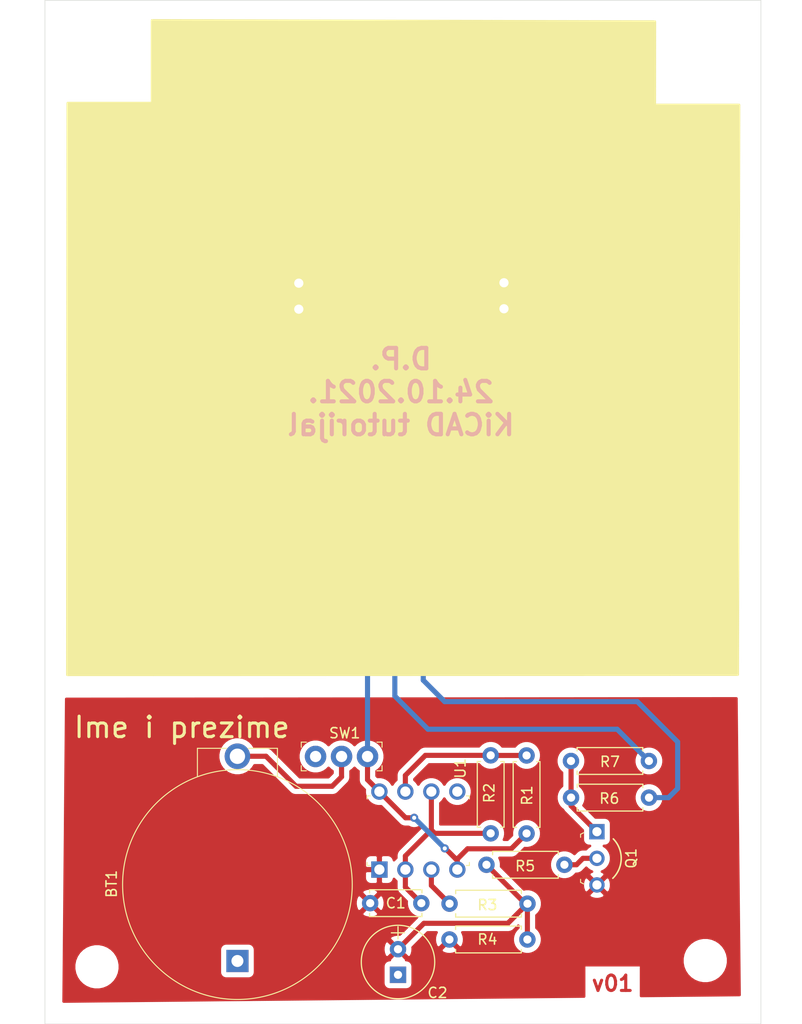
<source format=kicad_pcb>
(kicad_pcb (version 20171130) (host pcbnew "(5.1.6)-1")

  (general
    (thickness 1.6)
    (drawings 7)
    (tracks 73)
    (zones 0)
    (modules 19)
    (nets 14)
  )

  (page A4)
  (layers
    (0 F.Cu signal)
    (31 B.Cu signal)
    (32 B.Adhes user)
    (33 F.Adhes user)
    (34 B.Paste user)
    (35 F.Paste user)
    (36 B.SilkS user)
    (37 F.SilkS user)
    (38 B.Mask user)
    (39 F.Mask user)
    (40 Dwgs.User user)
    (41 Cmts.User user)
    (42 Eco1.User user)
    (43 Eco2.User user)
    (44 Edge.Cuts user)
    (45 Margin user)
    (46 B.CrtYd user)
    (47 F.CrtYd user)
    (48 B.Fab user)
    (49 F.Fab user)
  )

  (setup
    (last_trace_width 0.5)
    (user_trace_width 0.2)
    (user_trace_width 0.3)
    (user_trace_width 0.4)
    (user_trace_width 0.5)
    (user_trace_width 0.6)
    (user_trace_width 0.7)
    (trace_clearance 0.2)
    (zone_clearance 0.508)
    (zone_45_only no)
    (trace_min 0.2)
    (via_size 0.8)
    (via_drill 0.4)
    (via_min_size 0.4)
    (via_min_drill 0.3)
    (uvia_size 0.3)
    (uvia_drill 0.1)
    (uvias_allowed no)
    (uvia_min_size 0.2)
    (uvia_min_drill 0.1)
    (edge_width 0.05)
    (segment_width 0.2)
    (pcb_text_width 0.3)
    (pcb_text_size 1.5 1.5)
    (mod_edge_width 0.12)
    (mod_text_size 1 1)
    (mod_text_width 0.15)
    (pad_size 1.6 1.6)
    (pad_drill 0.8)
    (pad_to_mask_clearance 0.05)
    (aux_axis_origin 0 0)
    (visible_elements FFFFFF7F)
    (pcbplotparams
      (layerselection 0x010fc_ffffffff)
      (usegerberextensions false)
      (usegerberattributes true)
      (usegerberadvancedattributes true)
      (creategerberjobfile true)
      (excludeedgelayer true)
      (linewidth 0.100000)
      (plotframeref false)
      (viasonmask false)
      (mode 1)
      (useauxorigin false)
      (hpglpennumber 1)
      (hpglpenspeed 20)
      (hpglpendiameter 15.000000)
      (psnegative false)
      (psa4output false)
      (plotreference true)
      (plotvalue true)
      (plotinvisibletext false)
      (padsonsilk false)
      (subtractmaskfromsilk false)
      (outputformat 1)
      (mirror false)
      (drillshape 0)
      (scaleselection 1)
      (outputdirectory "./"))
  )

  (net 0 "")
  (net 1 "Net-(C1-Pad1)")
  (net 2 GND)
  (net 3 "Net-(C2-Pad2)")
  (net 4 VDD)
  (net 5 "Net-(D1-Pad1)")
  (net 6 "Net-(D2-Pad1)")
  (net 7 "Net-(Q1-Pad2)")
  (net 8 "Net-(Q1-Pad1)")
  (net 9 "Net-(R1-Pad2)")
  (net 10 "Net-(R3-Pad2)")
  (net 11 "Net-(SW1-Pad1)")
  (net 12 "Net-(BT1-Pad1)")
  (net 13 "Net-(U1-Pad5)")

  (net_class Default "This is the default net class."
    (clearance 0.2)
    (trace_width 0.25)
    (via_dia 0.8)
    (via_drill 0.4)
    (uvia_dia 0.3)
    (uvia_drill 0.1)
    (add_net GND)
    (add_net "Net-(BT1-Pad1)")
    (add_net "Net-(C1-Pad1)")
    (add_net "Net-(C2-Pad2)")
    (add_net "Net-(D1-Pad1)")
    (add_net "Net-(D2-Pad1)")
    (add_net "Net-(Q1-Pad1)")
    (add_net "Net-(Q1-Pad2)")
    (add_net "Net-(R1-Pad2)")
    (add_net "Net-(R3-Pad2)")
    (add_net "Net-(SW1-Pad1)")
    (add_net "Net-(U1-Pad5)")
    (add_net VDD)
  )

  (module Mounting_Holes:MountingHole_3.2mm_M3 (layer F.Cu) (tedit 56D1B4CB) (tstamp 61768A1A)
    (at 134.4 37.58)
    (descr "Mounting Hole 3.2mm, no annular, M3")
    (tags "mounting hole 3.2mm no annular m3")
    (attr virtual)
    (fp_text reference " " (at 0.11 6.16) (layer F.SilkS)
      (effects (font (size 1 1) (thickness 0.15)))
    )
    (fp_text value MountingHole_3.2mm_M3 (at 0 4.2) (layer F.Fab)
      (effects (font (size 1 1) (thickness 0.15)))
    )
    (fp_circle (center 0 0) (end 3.45 0) (layer F.CrtYd) (width 0.05))
    (fp_circle (center 0 0) (end 3.2 0) (layer Cmts.User) (width 0.15))
    (fp_text user %R (at 0.3 0) (layer F.Fab)
      (effects (font (size 1 1) (thickness 0.15)))
    )
    (pad 1 np_thru_hole circle (at 0 0) (size 3.2 3.2) (drill 3.2) (layers *.Cu *.Mask))
  )

  (module Mounting_Holes:MountingHole_3.2mm_M3 (layer F.Cu) (tedit 56D1B4CB) (tstamp 61768A0C)
    (at 75.69 37.15)
    (descr "Mounting Hole 3.2mm, no annular, M3")
    (tags "mounting hole 3.2mm no annular m3")
    (attr virtual)
    (fp_text reference " " (at 0 -4.2) (layer F.SilkS)
      (effects (font (size 1 1) (thickness 0.15)))
    )
    (fp_text value MountingHole_3.2mm_M3 (at 0 4.2) (layer F.Fab)
      (effects (font (size 1 1) (thickness 0.15)))
    )
    (fp_text user %R (at 0.3 0) (layer F.Fab)
      (effects (font (size 1 1) (thickness 0.15)))
    )
    (fp_circle (center 0 0) (end 3.2 0) (layer Cmts.User) (width 0.15))
    (fp_circle (center 0 0) (end 3.45 0) (layer F.CrtYd) (width 0.05))
    (pad 1 np_thru_hole circle (at 0 0) (size 3.2 3.2) (drill 3.2) (layers *.Cu *.Mask))
  )

  (module Mounting_Holes:MountingHole_3.2mm_M3 (layer F.Cu) (tedit 56D1B4CB) (tstamp 617689F6)
    (at 134.56 125.82)
    (descr "Mounting Hole 3.2mm, no annular, M3")
    (tags "mounting hole 3.2mm no annular m3")
    (attr virtual)
    (fp_text reference " " (at 0 -4.2) (layer F.SilkS)
      (effects (font (size 1 1) (thickness 0.15)))
    )
    (fp_text value MountingHole_3.2mm_M3 (at 0 4.2) (layer F.Fab)
      (effects (font (size 1 1) (thickness 0.15)))
    )
    (fp_circle (center 0 0) (end 3.45 0) (layer F.CrtYd) (width 0.05))
    (fp_circle (center 0 0) (end 3.2 0) (layer Cmts.User) (width 0.15))
    (fp_text user %R (at 0.3 0) (layer F.Fab)
      (effects (font (size 1 1) (thickness 0.15)))
    )
    (pad 1 np_thru_hole circle (at 0 0) (size 3.2 3.2) (drill 3.2) (layers *.Cu *.Mask))
  )

  (module Mounting_Holes:MountingHole_3.2mm_M3 (layer F.Cu) (tedit 56D1B4CB) (tstamp 617689D5)
    (at 75.09 126.43)
    (descr "Mounting Hole 3.2mm, no annular, M3")
    (tags "mounting hole 3.2mm no annular m3")
    (attr virtual)
    (fp_text reference " " (at 0 -4.2) (layer F.SilkS)
      (effects (font (size 1 1) (thickness 0.15)))
    )
    (fp_text value MountingHole_3.2mm_M3 (at 0 4.2) (layer F.Fab)
      (effects (font (size 1 1) (thickness 0.15)))
    )
    (fp_text user %R (at 0.3 0) (layer F.Fab)
      (effects (font (size 1 1) (thickness 0.15)))
    )
    (fp_circle (center 0 0) (end 3.2 0) (layer Cmts.User) (width 0.15))
    (fp_circle (center 0 0) (end 3.45 0) (layer F.CrtYd) (width 0.05))
    (pad 1 np_thru_hole circle (at 0 0) (size 3.2 3.2) (drill 3.2) (layers *.Cu *.Mask))
  )

  (module Resistors_THT:R_Axial_DIN0207_L6.3mm_D2.5mm_P7.62mm_Horizontal (layer F.Cu) (tedit 5874F706) (tstamp 61766D1F)
    (at 113.58 105.77 270)
    (descr "Resistor, Axial_DIN0207 series, Axial, Horizontal, pin pitch=7.62mm, 0.25W = 1/4W, length*diameter=6.3*2.5mm^2, http://cdn-reichelt.de/documents/datenblatt/B400/1_4W%23YAG.pdf")
    (tags "Resistor Axial_DIN0207 series Axial Horizontal pin pitch 7.62mm 0.25W = 1/4W length 6.3mm diameter 2.5mm")
    (path /6175F209)
    (fp_text reference R2 (at 3.68 0.14 90) (layer F.SilkS)
      (effects (font (size 1 1) (thickness 0.15)))
    )
    (fp_text value 330k (at 10.7 0.1 90) (layer F.Fab)
      (effects (font (size 1 1) (thickness 0.15)))
    )
    (fp_line (start 8.7 -1.6) (end -1.05 -1.6) (layer F.CrtYd) (width 0.05))
    (fp_line (start 8.7 1.6) (end 8.7 -1.6) (layer F.CrtYd) (width 0.05))
    (fp_line (start -1.05 1.6) (end 8.7 1.6) (layer F.CrtYd) (width 0.05))
    (fp_line (start -1.05 -1.6) (end -1.05 1.6) (layer F.CrtYd) (width 0.05))
    (fp_line (start 7.02 1.31) (end 7.02 0.98) (layer F.SilkS) (width 0.12))
    (fp_line (start 0.6 1.31) (end 7.02 1.31) (layer F.SilkS) (width 0.12))
    (fp_line (start 0.6 0.98) (end 0.6 1.31) (layer F.SilkS) (width 0.12))
    (fp_line (start 7.02 -1.31) (end 7.02 -0.98) (layer F.SilkS) (width 0.12))
    (fp_line (start 0.6 -1.31) (end 7.02 -1.31) (layer F.SilkS) (width 0.12))
    (fp_line (start 0.6 -0.98) (end 0.6 -1.31) (layer F.SilkS) (width 0.12))
    (fp_line (start 7.62 0) (end 6.96 0) (layer F.Fab) (width 0.1))
    (fp_line (start 0 0) (end 0.66 0) (layer F.Fab) (width 0.1))
    (fp_line (start 6.96 -1.25) (end 0.66 -1.25) (layer F.Fab) (width 0.1))
    (fp_line (start 6.96 1.25) (end 6.96 -1.25) (layer F.Fab) (width 0.1))
    (fp_line (start 0.66 1.25) (end 6.96 1.25) (layer F.Fab) (width 0.1))
    (fp_line (start 0.66 -1.25) (end 0.66 1.25) (layer F.Fab) (width 0.1))
    (pad 1 thru_hole circle (at 0 0 270) (size 1.6 1.6) (drill 0.8) (layers *.Cu *.Mask)
      (net 9 "Net-(R1-Pad2)"))
    (pad 2 thru_hole oval (at 7.62 0 270) (size 1.6 1.6) (drill 0.8) (layers *.Cu *.Mask)
      (net 1 "Net-(C1-Pad1)"))
    (model ${KISYS3DMOD}/Resistors_THT.3dshapes/R_Axial_DIN0207_L6.3mm_D2.5mm_P7.62mm_Horizontal.wrl
      (at (xyz 0 0 0))
      (scale (xyz 0.393701 0.393701 0.393701))
      (rotate (xyz 0 0 0))
    )
  )

  (module digikey-footprints:Battery_Holder_Coin_2032_BS-7 (layer F.Cu) (tedit 617595B5) (tstamp 61766C9D)
    (at 88.82 125.86 90)
    (descr http://www.memoryprotectiondevices.com/datasheets/BS-7-datasheet.pdf)
    (path /61776E03)
    (fp_text reference BT1 (at 7.52856 -12.3063 90) (layer F.SilkS)
      (effects (font (size 1 1) (thickness 0.15)))
    )
    (fp_text value Battery_Cell (at 4.45 -0.1 180) (layer F.Fab)
      (effects (font (size 1 1) (thickness 0.15)))
    )
    (fp_circle (center 7.4676 0) (end -3.7084 0) (layer F.Fab) (width 0.1))
    (fp_circle (center 7.4676 0) (end -3.7592 0) (layer F.SilkS) (width 0.1))
    (fp_line (start 17.9832 -3.81) (end 20.6756 -3.81) (layer F.Fab) (width 0.1))
    (fp_line (start 17.9832 3.81) (end 20.6756 3.81) (layer F.Fab) (width 0.1))
    (fp_line (start 20.6756 -3.81) (end 20.6756 3.81) (layer F.Fab) (width 0.1))
    (fp_line (start 18.034 -3.9116) (end 20.7772 -3.9116) (layer F.SilkS) (width 0.1))
    (fp_line (start 18.034 3.9116) (end 20.7772 3.9116) (layer F.SilkS) (width 0.1))
    (fp_line (start 20.7772 -3.9116) (end 20.7772 -1.0668) (layer F.SilkS) (width 0.1))
    (fp_line (start 20.7772 3.9116) (end 20.7772 1.0668) (layer F.SilkS) (width 0.1))
    (fp_line (start -3.9624 -11.43) (end -3.9624 11.43) (layer F.CrtYd) (width 0.05))
    (fp_line (start 21.5138 -11.43) (end 21.5138 11.43) (layer F.CrtYd) (width 0.05))
    (fp_line (start -3.9624 -11.43) (end 21.5138 -11.43) (layer F.CrtYd) (width 0.05))
    (fp_line (start -3.9624 11.43) (end 21.5138 11.43) (layer F.CrtYd) (width 0.05))
    (fp_text user %R (at 7.4676 0 90) (layer F.Fab)
      (effects (font (size 1 1) (thickness 0.15)))
    )
    (pad Neg thru_hole rect (at 0 0 90) (size 2.17 2.17) (drill 1.17) (layers *.Cu *.Mask))
    (pad Pos thru_hole circle (at 20 0 90) (size 2.5 2.5) (drill 1.5) (layers *.Cu *.Mask))
  )

  (module Capacitors_THT:C_Disc_D5.0mm_W2.5mm_P5.00mm (layer F.Cu) (tedit 597BC7C2) (tstamp 61766CB2)
    (at 106.8 120.21 180)
    (descr "C, Disc series, Radial, pin pitch=5.00mm, , diameter*width=5*2.5mm^2, Capacitor, http://cdn-reichelt.de/documents/datenblatt/B300/DS_KERKO_TC.pdf")
    (tags "C Disc series Radial pin pitch 5.00mm  diameter 5mm width 2.5mm Capacitor")
    (path /6176AD7D)
    (fp_text reference C1 (at 2.5 0) (layer F.SilkS)
      (effects (font (size 1 1) (thickness 0.15)))
    )
    (fp_text value 1uF (at 7.86 0.02) (layer F.Fab)
      (effects (font (size 1 1) (thickness 0.15)))
    )
    (fp_line (start 6.05 -1.6) (end -1.05 -1.6) (layer F.CrtYd) (width 0.05))
    (fp_line (start 6.05 1.6) (end 6.05 -1.6) (layer F.CrtYd) (width 0.05))
    (fp_line (start -1.05 1.6) (end 6.05 1.6) (layer F.CrtYd) (width 0.05))
    (fp_line (start -1.05 -1.6) (end -1.05 1.6) (layer F.CrtYd) (width 0.05))
    (fp_line (start 5.06 0.996) (end 5.06 1.31) (layer F.SilkS) (width 0.12))
    (fp_line (start 5.06 -1.31) (end 5.06 -0.996) (layer F.SilkS) (width 0.12))
    (fp_line (start -0.06 0.996) (end -0.06 1.31) (layer F.SilkS) (width 0.12))
    (fp_line (start -0.06 -1.31) (end -0.06 -0.996) (layer F.SilkS) (width 0.12))
    (fp_line (start -0.06 1.31) (end 5.06 1.31) (layer F.SilkS) (width 0.12))
    (fp_line (start -0.06 -1.31) (end 5.06 -1.31) (layer F.SilkS) (width 0.12))
    (fp_line (start 5 -1.25) (end 0 -1.25) (layer F.Fab) (width 0.1))
    (fp_line (start 5 1.25) (end 5 -1.25) (layer F.Fab) (width 0.1))
    (fp_line (start 0 1.25) (end 5 1.25) (layer F.Fab) (width 0.1))
    (fp_line (start 0 -1.25) (end 0 1.25) (layer F.Fab) (width 0.1))
    (fp_text user %R (at 2.5 0) (layer F.Fab)
      (effects (font (size 1 1) (thickness 0.15)))
    )
    (pad 1 thru_hole circle (at 0 0 180) (size 1.6 1.6) (drill 0.8) (layers *.Cu *.Mask)
      (net 1 "Net-(C1-Pad1)"))
    (pad 2 thru_hole circle (at 5 0 180) (size 1.6 1.6) (drill 0.8) (layers *.Cu *.Mask)
      (net 2 GND))
    (model ${KISYS3DMOD}/Capacitors_THT.3dshapes/C_Disc_D5.0mm_W2.5mm_P5.00mm.wrl
      (at (xyz 0 0 0))
      (scale (xyz 1 1 1))
      (rotate (xyz 0 0 0))
    )
  )

  (module Capacitors_THT:CP_Radial_Tantal_D7.0mm_P2.50mm (layer F.Cu) (tedit 6175970B) (tstamp 61766CC3)
    (at 104.52 124.71 270)
    (descr "CP, Radial_Tantal series, Radial, pin pitch=2.50mm, , diameter=7.0mm, Tantal Electrolytic Capacitor, http://cdn-reichelt.de/documents/datenblatt/B300/TANTAL-TB-Serie%23.pdf")
    (tags "CP Radial_Tantal series Radial pin pitch 2.50mm  diameter 7.0mm Tantal Electrolytic Capacitor")
    (path /6176E8E4)
    (fp_text reference C2 (at 4.26 -3.86 180) (layer F.SilkS)
      (effects (font (size 1 1) (thickness 0.15)))
    )
    (fp_text value 100uF (at 1.25 4.81 90) (layer F.Fab)
      (effects (font (size 1 1) (thickness 0.15)))
    )
    (fp_line (start 5.1 -3.85) (end -2.6 -3.85) (layer F.CrtYd) (width 0.05))
    (fp_line (start 5.1 3.85) (end 5.1 -3.85) (layer F.CrtYd) (width 0.05))
    (fp_line (start -2.6 3.85) (end 5.1 3.85) (layer F.CrtYd) (width 0.05))
    (fp_line (start -2.6 -3.85) (end -2.6 3.85) (layer F.CrtYd) (width 0.05))
    (fp_line (start -1.6 -0.65) (end -1.6 0.65) (layer F.SilkS) (width 0.12))
    (fp_line (start -2.2 0) (end -1 0) (layer F.SilkS) (width 0.12))
    (fp_line (start -1.6 -0.65) (end -1.6 0.65) (layer F.Fab) (width 0.1))
    (fp_line (start -2.2 0) (end -1 0) (layer F.Fab) (width 0.1))
    (fp_circle (center 1.25 0) (end 4.84 0) (layer F.SilkS) (width 0.12))
    (fp_circle (center 1.25 0) (end 4.75 0) (layer F.Fab) (width 0.1))
    (fp_text user %R (at 1.25 0 90) (layer F.Fab)
      (effects (font (size 1 1) (thickness 0.15)))
    )
    (pad 1 thru_hole circle (at 0 0 270) (size 1.6 1.6) (drill 0.8) (layers *.Cu *.Mask)
      (net 2 GND))
    (pad 2 thru_hole rect (at 2.5 0 270) (size 1.6 1.6) (drill 0.8) (layers *.Cu *.Mask)
      (net 3 "Net-(C2-Pad2)"))
    (model ${KISYS3DMOD}/Capacitors_THT.3dshapes/CP_Radial_D5.0mm_P2.50mm.step
      (at (xyz 0 0 0))
      (scale (xyz 1 1 1))
      (rotate (xyz 0 0 0))
    )
  )

  (module digikey-footprints:TO-92-3_Formed_Leads (layer F.Cu) (tedit 5AF4B307) (tstamp 61766CF3)
    (at 123.97 113.23 270)
    (descr http://www.ti.com/lit/ds/symlink/tl431a.pdf)
    (path /61759528)
    (fp_text reference Q1 (at 2.6 -3.35 90) (layer F.SilkS)
      (effects (font (size 1 1) (thickness 0.15)))
    )
    (fp_text value BC547 (at -1.08 -3.61 90) (layer F.Fab)
      (effects (font (size 1 1) (thickness 0.15)))
    )
    (fp_line (start 0.25 1.6) (end 0.1 1.3) (layer F.SilkS) (width 0.1))
    (fp_line (start 0.55 1.6) (end 0.25 1.6) (layer F.SilkS) (width 0.1))
    (fp_line (start 4.95 1.6) (end 4.65 1.6) (layer F.SilkS) (width 0.1))
    (fp_line (start 4.95 1.6) (end 5.1 1.3) (layer F.SilkS) (width 0.1))
    (fp_line (start 6.2 1.75) (end 6.2 -2.5) (layer F.CrtYd) (width 0.05))
    (fp_line (start -1 1.75) (end -1 -2.5) (layer F.CrtYd) (width 0.05))
    (fp_line (start -1 1.7) (end 6.2 1.7) (layer F.CrtYd) (width 0.05))
    (fp_line (start -1 -2.5) (end 6.2 -2.5) (layer F.CrtYd) (width 0.05))
    (fp_line (start 4.9 1.5) (end 0.3 1.5) (layer F.Fab) (width 0.15))
    (fp_arc (start 2.6 0.35) (end 0.7 -1.6) (angle 90) (layer F.SilkS) (width 0.15))
    (fp_arc (start 2.6 0.3) (end 0.3 1.5) (angle 90) (layer F.Fab) (width 0.15))
    (fp_arc (start 2.6 0.3) (end 3.8 -2) (angle 90) (layer F.Fab) (width 0.15))
    (fp_arc (start 2.6 0.3) (end 0 0.3) (angle 90) (layer F.Fab) (width 0.15))
    (fp_arc (start 2.6 0.3) (end 2.6 -2.3) (angle 90) (layer F.Fab) (width 0.15))
    (fp_text user %R (at 2.6 -1.25 270) (layer F.Fab)
      (effects (font (size 0.75 0.75) (thickness 0.15)))
    )
    (pad 2 thru_hole circle (at 2.6 0 90) (size 1.5 1.5) (drill 0.9) (layers *.Cu *.Mask)
      (net 7 "Net-(Q1-Pad2)"))
    (pad 3 thru_hole circle (at 5.2 0 90) (size 1.5 1.5) (drill 0.9) (layers *.Cu *.Mask)
      (net 2 GND))
    (pad 1 thru_hole rect (at 0 0 90) (size 1.5 1.5) (drill 0.9) (layers *.Cu *.Mask)
      (net 8 "Net-(Q1-Pad1)"))
    (model ${KISYS3DMOD}/TO_SOT_Packages_THT.3dshapes/TO-92_Inline_Wide.wrl
      (offset (xyz 2.54 0 0))
      (scale (xyz 1 1 1))
      (rotate (xyz 0 0 90))
    )
  )

  (module Resistors_THT:R_Axial_DIN0207_L6.3mm_D2.5mm_P7.62mm_Horizontal (layer F.Cu) (tedit 5874F706) (tstamp 61766D09)
    (at 117.09 113.4 90)
    (descr "Resistor, Axial_DIN0207 series, Axial, Horizontal, pin pitch=7.62mm, 0.25W = 1/4W, length*diameter=6.3*2.5mm^2, http://cdn-reichelt.de/documents/datenblatt/B400/1_4W%23YAG.pdf")
    (tags "Resistor Axial_DIN0207 series Axial Horizontal pin pitch 7.62mm 0.25W = 1/4W length 6.3mm diameter 2.5mm")
    (path /6175EBFB)
    (fp_text reference R1 (at 3.71 0.05 90) (layer F.SilkS)
      (effects (font (size 1 1) (thickness 0.15)))
    )
    (fp_text value 22k (at 5.19 -2.49 90) (layer F.Fab)
      (effects (font (size 1 1) (thickness 0.15)))
    )
    (fp_line (start 0.66 -1.25) (end 0.66 1.25) (layer F.Fab) (width 0.1))
    (fp_line (start 0.66 1.25) (end 6.96 1.25) (layer F.Fab) (width 0.1))
    (fp_line (start 6.96 1.25) (end 6.96 -1.25) (layer F.Fab) (width 0.1))
    (fp_line (start 6.96 -1.25) (end 0.66 -1.25) (layer F.Fab) (width 0.1))
    (fp_line (start 0 0) (end 0.66 0) (layer F.Fab) (width 0.1))
    (fp_line (start 7.62 0) (end 6.96 0) (layer F.Fab) (width 0.1))
    (fp_line (start 0.6 -0.98) (end 0.6 -1.31) (layer F.SilkS) (width 0.12))
    (fp_line (start 0.6 -1.31) (end 7.02 -1.31) (layer F.SilkS) (width 0.12))
    (fp_line (start 7.02 -1.31) (end 7.02 -0.98) (layer F.SilkS) (width 0.12))
    (fp_line (start 0.6 0.98) (end 0.6 1.31) (layer F.SilkS) (width 0.12))
    (fp_line (start 0.6 1.31) (end 7.02 1.31) (layer F.SilkS) (width 0.12))
    (fp_line (start 7.02 1.31) (end 7.02 0.98) (layer F.SilkS) (width 0.12))
    (fp_line (start -1.05 -1.6) (end -1.05 1.6) (layer F.CrtYd) (width 0.05))
    (fp_line (start -1.05 1.6) (end 8.7 1.6) (layer F.CrtYd) (width 0.05))
    (fp_line (start 8.7 1.6) (end 8.7 -1.6) (layer F.CrtYd) (width 0.05))
    (fp_line (start 8.7 -1.6) (end -1.05 -1.6) (layer F.CrtYd) (width 0.05))
    (pad 2 thru_hole oval (at 7.62 0 90) (size 1.6 1.6) (drill 0.8) (layers *.Cu *.Mask)
      (net 9 "Net-(R1-Pad2)"))
    (pad 1 thru_hole circle (at 0 0 90) (size 1.6 1.6) (drill 0.8) (layers *.Cu *.Mask)
      (net 4 VDD))
    (model ${KISYS3DMOD}/Resistors_THT.3dshapes/R_Axial_DIN0207_L6.3mm_D2.5mm_P7.62mm_Horizontal.wrl
      (at (xyz 0 0 0))
      (scale (xyz 0.393701 0.393701 0.393701))
      (rotate (xyz 0 0 0))
    )
  )

  (module Resistors_THT:R_Axial_DIN0207_L6.3mm_D2.5mm_P7.62mm_Horizontal (layer F.Cu) (tedit 5874F706) (tstamp 61766D35)
    (at 117.18 120.26 180)
    (descr "Resistor, Axial_DIN0207 series, Axial, Horizontal, pin pitch=7.62mm, 0.25W = 1/4W, length*diameter=6.3*2.5mm^2, http://cdn-reichelt.de/documents/datenblatt/B400/1_4W%23YAG.pdf")
    (tags "Resistor Axial_DIN0207 series Axial Horizontal pin pitch 7.62mm 0.25W = 1/4W length 6.3mm diameter 2.5mm")
    (path /6175E14E)
    (fp_text reference R3 (at 3.92 -0.13) (layer F.SilkS)
      (effects (font (size 1 1) (thickness 0.15)))
    )
    (fp_text value 22k (at -2.65 -0.43) (layer F.Fab)
      (effects (font (size 1 1) (thickness 0.15)))
    )
    (fp_line (start 8.7 -1.6) (end -1.05 -1.6) (layer F.CrtYd) (width 0.05))
    (fp_line (start 8.7 1.6) (end 8.7 -1.6) (layer F.CrtYd) (width 0.05))
    (fp_line (start -1.05 1.6) (end 8.7 1.6) (layer F.CrtYd) (width 0.05))
    (fp_line (start -1.05 -1.6) (end -1.05 1.6) (layer F.CrtYd) (width 0.05))
    (fp_line (start 7.02 1.31) (end 7.02 0.98) (layer F.SilkS) (width 0.12))
    (fp_line (start 0.6 1.31) (end 7.02 1.31) (layer F.SilkS) (width 0.12))
    (fp_line (start 0.6 0.98) (end 0.6 1.31) (layer F.SilkS) (width 0.12))
    (fp_line (start 7.02 -1.31) (end 7.02 -0.98) (layer F.SilkS) (width 0.12))
    (fp_line (start 0.6 -1.31) (end 7.02 -1.31) (layer F.SilkS) (width 0.12))
    (fp_line (start 0.6 -0.98) (end 0.6 -1.31) (layer F.SilkS) (width 0.12))
    (fp_line (start 7.62 0) (end 6.96 0) (layer F.Fab) (width 0.1))
    (fp_line (start 0 0) (end 0.66 0) (layer F.Fab) (width 0.1))
    (fp_line (start 6.96 -1.25) (end 0.66 -1.25) (layer F.Fab) (width 0.1))
    (fp_line (start 6.96 1.25) (end 6.96 -1.25) (layer F.Fab) (width 0.1))
    (fp_line (start 0.66 1.25) (end 6.96 1.25) (layer F.Fab) (width 0.1))
    (fp_line (start 0.66 -1.25) (end 0.66 1.25) (layer F.Fab) (width 0.1))
    (pad 1 thru_hole circle (at 0 0 180) (size 1.6 1.6) (drill 0.8) (layers *.Cu *.Mask)
      (net 3 "Net-(C2-Pad2)"))
    (pad 2 thru_hole oval (at 7.62 0 180) (size 1.6 1.6) (drill 0.8) (layers *.Cu *.Mask)
      (net 10 "Net-(R3-Pad2)"))
    (model ${KISYS3DMOD}/Resistors_THT.3dshapes/R_Axial_DIN0207_L6.3mm_D2.5mm_P7.62mm_Horizontal.wrl
      (at (xyz 0 0 0))
      (scale (xyz 0.393701 0.393701 0.393701))
      (rotate (xyz 0 0 0))
    )
  )

  (module Resistors_THT:R_Axial_DIN0207_L6.3mm_D2.5mm_P7.62mm_Horizontal (layer F.Cu) (tedit 5874F706) (tstamp 61766D4B)
    (at 109.55 123.76)
    (descr "Resistor, Axial_DIN0207 series, Axial, Horizontal, pin pitch=7.62mm, 0.25W = 1/4W, length*diameter=6.3*2.5mm^2, http://cdn-reichelt.de/documents/datenblatt/B400/1_4W%23YAG.pdf")
    (tags "Resistor Axial_DIN0207 series Axial Horizontal pin pitch 7.62mm 0.25W = 1/4W length 6.3mm diameter 2.5mm")
    (path /6176E21F)
    (fp_text reference R4 (at 3.71 0) (layer F.SilkS)
      (effects (font (size 1 1) (thickness 0.15)))
    )
    (fp_text value 100k (at 3.81 2.31) (layer F.Fab)
      (effects (font (size 1 1) (thickness 0.15)))
    )
    (fp_line (start 0.66 -1.25) (end 0.66 1.25) (layer F.Fab) (width 0.1))
    (fp_line (start 0.66 1.25) (end 6.96 1.25) (layer F.Fab) (width 0.1))
    (fp_line (start 6.96 1.25) (end 6.96 -1.25) (layer F.Fab) (width 0.1))
    (fp_line (start 6.96 -1.25) (end 0.66 -1.25) (layer F.Fab) (width 0.1))
    (fp_line (start 0 0) (end 0.66 0) (layer F.Fab) (width 0.1))
    (fp_line (start 7.62 0) (end 6.96 0) (layer F.Fab) (width 0.1))
    (fp_line (start 0.6 -0.98) (end 0.6 -1.31) (layer F.SilkS) (width 0.12))
    (fp_line (start 0.6 -1.31) (end 7.02 -1.31) (layer F.SilkS) (width 0.12))
    (fp_line (start 7.02 -1.31) (end 7.02 -0.98) (layer F.SilkS) (width 0.12))
    (fp_line (start 0.6 0.98) (end 0.6 1.31) (layer F.SilkS) (width 0.12))
    (fp_line (start 0.6 1.31) (end 7.02 1.31) (layer F.SilkS) (width 0.12))
    (fp_line (start 7.02 1.31) (end 7.02 0.98) (layer F.SilkS) (width 0.12))
    (fp_line (start -1.05 -1.6) (end -1.05 1.6) (layer F.CrtYd) (width 0.05))
    (fp_line (start -1.05 1.6) (end 8.7 1.6) (layer F.CrtYd) (width 0.05))
    (fp_line (start 8.7 1.6) (end 8.7 -1.6) (layer F.CrtYd) (width 0.05))
    (fp_line (start 8.7 -1.6) (end -1.05 -1.6) (layer F.CrtYd) (width 0.05))
    (pad 2 thru_hole oval (at 7.62 0) (size 1.6 1.6) (drill 0.8) (layers *.Cu *.Mask)
      (net 3 "Net-(C2-Pad2)"))
    (pad 1 thru_hole circle (at 0 0) (size 1.6 1.6) (drill 0.8) (layers *.Cu *.Mask)
      (net 2 GND))
    (model ${KISYS3DMOD}/Resistors_THT.3dshapes/R_Axial_DIN0207_L6.3mm_D2.5mm_P7.62mm_Horizontal.wrl
      (at (xyz 0 0 0))
      (scale (xyz 0.393701 0.393701 0.393701))
      (rotate (xyz 0 0 0))
    )
  )

  (module Resistors_THT:R_Axial_DIN0207_L6.3mm_D2.5mm_P7.62mm_Horizontal (layer F.Cu) (tedit 5874F706) (tstamp 61766D61)
    (at 120.79 116.46 180)
    (descr "Resistor, Axial_DIN0207 series, Axial, Horizontal, pin pitch=7.62mm, 0.25W = 1/4W, length*diameter=6.3*2.5mm^2, http://cdn-reichelt.de/documents/datenblatt/B400/1_4W%23YAG.pdf")
    (tags "Resistor Axial_DIN0207 series Axial Horizontal pin pitch 7.62mm 0.25W = 1/4W length 6.3mm diameter 2.5mm")
    (path /61775370)
    (fp_text reference R5 (at 3.84 -0.13) (layer F.SilkS)
      (effects (font (size 1 1) (thickness 0.15)))
    )
    (fp_text value 10k (at 1.17 -2.53) (layer F.Fab)
      (effects (font (size 1 1) (thickness 0.15)))
    )
    (fp_line (start 8.7 -1.6) (end -1.05 -1.6) (layer F.CrtYd) (width 0.05))
    (fp_line (start 8.7 1.6) (end 8.7 -1.6) (layer F.CrtYd) (width 0.05))
    (fp_line (start -1.05 1.6) (end 8.7 1.6) (layer F.CrtYd) (width 0.05))
    (fp_line (start -1.05 -1.6) (end -1.05 1.6) (layer F.CrtYd) (width 0.05))
    (fp_line (start 7.02 1.31) (end 7.02 0.98) (layer F.SilkS) (width 0.12))
    (fp_line (start 0.6 1.31) (end 7.02 1.31) (layer F.SilkS) (width 0.12))
    (fp_line (start 0.6 0.98) (end 0.6 1.31) (layer F.SilkS) (width 0.12))
    (fp_line (start 7.02 -1.31) (end 7.02 -0.98) (layer F.SilkS) (width 0.12))
    (fp_line (start 0.6 -1.31) (end 7.02 -1.31) (layer F.SilkS) (width 0.12))
    (fp_line (start 0.6 -0.98) (end 0.6 -1.31) (layer F.SilkS) (width 0.12))
    (fp_line (start 7.62 0) (end 6.96 0) (layer F.Fab) (width 0.1))
    (fp_line (start 0 0) (end 0.66 0) (layer F.Fab) (width 0.1))
    (fp_line (start 6.96 -1.25) (end 0.66 -1.25) (layer F.Fab) (width 0.1))
    (fp_line (start 6.96 1.25) (end 6.96 -1.25) (layer F.Fab) (width 0.1))
    (fp_line (start 0.66 1.25) (end 6.96 1.25) (layer F.Fab) (width 0.1))
    (fp_line (start 0.66 -1.25) (end 0.66 1.25) (layer F.Fab) (width 0.1))
    (pad 1 thru_hole circle (at 0 0 180) (size 1.6 1.6) (drill 0.8) (layers *.Cu *.Mask)
      (net 7 "Net-(Q1-Pad2)"))
    (pad 2 thru_hole oval (at 7.62 0 180) (size 1.6 1.6) (drill 0.8) (layers *.Cu *.Mask)
      (net 3 "Net-(C2-Pad2)"))
    (model ${KISYS3DMOD}/Resistors_THT.3dshapes/R_Axial_DIN0207_L6.3mm_D2.5mm_P7.62mm_Horizontal.wrl
      (at (xyz 0 0 0))
      (scale (xyz 0.393701 0.393701 0.393701))
      (rotate (xyz 0 0 0))
    )
  )

  (module Resistors_THT:R_Axial_DIN0207_L6.3mm_D2.5mm_P7.62mm_Horizontal (layer F.Cu) (tedit 5874F706) (tstamp 61766D77)
    (at 129.06 109.9 180)
    (descr "Resistor, Axial_DIN0207 series, Axial, Horizontal, pin pitch=7.62mm, 0.25W = 1/4W, length*diameter=6.3*2.5mm^2, http://cdn-reichelt.de/documents/datenblatt/B400/1_4W%23YAG.pdf")
    (tags "Resistor Axial_DIN0207 series Axial Horizontal pin pitch 7.62mm 0.25W = 1/4W length 6.3mm diameter 2.5mm")
    (path /6175A903)
    (fp_text reference R6 (at 3.88 -0.09) (layer F.SilkS)
      (effects (font (size 1 1) (thickness 0.15)))
    )
    (fp_text value 100 (at -2.66 0.01) (layer F.Fab)
      (effects (font (size 1 1) (thickness 0.15)))
    )
    (fp_line (start 8.7 -1.6) (end -1.05 -1.6) (layer F.CrtYd) (width 0.05))
    (fp_line (start 8.7 1.6) (end 8.7 -1.6) (layer F.CrtYd) (width 0.05))
    (fp_line (start -1.05 1.6) (end 8.7 1.6) (layer F.CrtYd) (width 0.05))
    (fp_line (start -1.05 -1.6) (end -1.05 1.6) (layer F.CrtYd) (width 0.05))
    (fp_line (start 7.02 1.31) (end 7.02 0.98) (layer F.SilkS) (width 0.12))
    (fp_line (start 0.6 1.31) (end 7.02 1.31) (layer F.SilkS) (width 0.12))
    (fp_line (start 0.6 0.98) (end 0.6 1.31) (layer F.SilkS) (width 0.12))
    (fp_line (start 7.02 -1.31) (end 7.02 -0.98) (layer F.SilkS) (width 0.12))
    (fp_line (start 0.6 -1.31) (end 7.02 -1.31) (layer F.SilkS) (width 0.12))
    (fp_line (start 0.6 -0.98) (end 0.6 -1.31) (layer F.SilkS) (width 0.12))
    (fp_line (start 7.62 0) (end 6.96 0) (layer F.Fab) (width 0.1))
    (fp_line (start 0 0) (end 0.66 0) (layer F.Fab) (width 0.1))
    (fp_line (start 6.96 -1.25) (end 0.66 -1.25) (layer F.Fab) (width 0.1))
    (fp_line (start 6.96 1.25) (end 6.96 -1.25) (layer F.Fab) (width 0.1))
    (fp_line (start 0.66 1.25) (end 6.96 1.25) (layer F.Fab) (width 0.1))
    (fp_line (start 0.66 -1.25) (end 0.66 1.25) (layer F.Fab) (width 0.1))
    (pad 1 thru_hole circle (at 0 0 180) (size 1.6 1.6) (drill 0.8) (layers *.Cu *.Mask)
      (net 5 "Net-(D1-Pad1)"))
    (pad 2 thru_hole oval (at 7.62 0 180) (size 1.6 1.6) (drill 0.8) (layers *.Cu *.Mask)
      (net 8 "Net-(Q1-Pad1)"))
    (model ${KISYS3DMOD}/Resistors_THT.3dshapes/R_Axial_DIN0207_L6.3mm_D2.5mm_P7.62mm_Horizontal.wrl
      (at (xyz 0 0 0))
      (scale (xyz 0.393701 0.393701 0.393701))
      (rotate (xyz 0 0 0))
    )
  )

  (module Resistors_THT:R_Axial_DIN0207_L6.3mm_D2.5mm_P7.62mm_Horizontal (layer F.Cu) (tedit 5874F706) (tstamp 6176855D)
    (at 129.05 106.32 180)
    (descr "Resistor, Axial_DIN0207 series, Axial, Horizontal, pin pitch=7.62mm, 0.25W = 1/4W, length*diameter=6.3*2.5mm^2, http://cdn-reichelt.de/documents/datenblatt/B400/1_4W%23YAG.pdf")
    (tags "Resistor Axial_DIN0207 series Axial Horizontal pin pitch 7.62mm 0.25W = 1/4W length 6.3mm diameter 2.5mm")
    (path /6175B2CE)
    (fp_text reference R7 (at 3.81 -0.08) (layer F.SilkS)
      (effects (font (size 1 1) (thickness 0.15)))
    )
    (fp_text value 100 (at 10.46 0.09) (layer F.Fab)
      (effects (font (size 1 1) (thickness 0.15)))
    )
    (fp_line (start 0.66 -1.25) (end 0.66 1.25) (layer F.Fab) (width 0.1))
    (fp_line (start 0.66 1.25) (end 6.96 1.25) (layer F.Fab) (width 0.1))
    (fp_line (start 6.96 1.25) (end 6.96 -1.25) (layer F.Fab) (width 0.1))
    (fp_line (start 6.96 -1.25) (end 0.66 -1.25) (layer F.Fab) (width 0.1))
    (fp_line (start 0 0) (end 0.66 0) (layer F.Fab) (width 0.1))
    (fp_line (start 7.62 0) (end 6.96 0) (layer F.Fab) (width 0.1))
    (fp_line (start 0.6 -0.98) (end 0.6 -1.31) (layer F.SilkS) (width 0.12))
    (fp_line (start 0.6 -1.31) (end 7.02 -1.31) (layer F.SilkS) (width 0.12))
    (fp_line (start 7.02 -1.31) (end 7.02 -0.98) (layer F.SilkS) (width 0.12))
    (fp_line (start 0.6 0.98) (end 0.6 1.31) (layer F.SilkS) (width 0.12))
    (fp_line (start 0.6 1.31) (end 7.02 1.31) (layer F.SilkS) (width 0.12))
    (fp_line (start 7.02 1.31) (end 7.02 0.98) (layer F.SilkS) (width 0.12))
    (fp_line (start -1.05 -1.6) (end -1.05 1.6) (layer F.CrtYd) (width 0.05))
    (fp_line (start -1.05 1.6) (end 8.7 1.6) (layer F.CrtYd) (width 0.05))
    (fp_line (start 8.7 1.6) (end 8.7 -1.6) (layer F.CrtYd) (width 0.05))
    (fp_line (start 8.7 -1.6) (end -1.05 -1.6) (layer F.CrtYd) (width 0.05))
    (pad 2 thru_hole oval (at 7.62 0 180) (size 1.6 1.6) (drill 0.8) (layers *.Cu *.Mask)
      (net 8 "Net-(Q1-Pad1)"))
    (pad 1 thru_hole circle (at 0 0 180) (size 1.6 1.6) (drill 0.8) (layers *.Cu *.Mask)
      (net 6 "Net-(D2-Pad1)"))
    (model ${KISYS3DMOD}/Resistors_THT.3dshapes/R_Axial_DIN0207_L6.3mm_D2.5mm_P7.62mm_Horizontal.wrl
      (at (xyz 0 0 0))
      (scale (xyz 0.393701 0.393701 0.393701))
      (rotate (xyz 0 0 0))
    )
  )

  (module digikey-footprints:PinHeader_1x3_P2.54_Drill1.1mm (layer F.Cu) (tedit 5A4528F9) (tstamp 61766DA4)
    (at 96.46 105.88)
    (path /6177C3DA)
    (fp_text reference SW1 (at 2.85 -2.28) (layer F.SilkS)
      (effects (font (size 1 1) (thickness 0.15)))
    )
    (fp_text value SW_DPDT_x2 (at 2.71 2.7) (layer F.Fab)
      (effects (font (size 1 1) (thickness 0.15)))
    )
    (fp_line (start -1.27 -1.27) (end 6.35 -1.27) (layer F.Fab) (width 0.1))
    (fp_line (start 6.35 -1.27) (end 6.35 1.27) (layer F.Fab) (width 0.1))
    (fp_line (start -1.27 -1.27) (end -1.27 1.27) (layer F.Fab) (width 0.1))
    (fp_line (start -1.27 1.27) (end 6.35 1.27) (layer F.Fab) (width 0.1))
    (fp_line (start 6.5 -1.4) (end 6 -1.4) (layer F.SilkS) (width 0.1))
    (fp_line (start 6.5 -1.4) (end 6.5 -0.9) (layer F.SilkS) (width 0.1))
    (fp_line (start -1.4 -1.4) (end -0.9 -1.4) (layer F.SilkS) (width 0.1))
    (fp_line (start -1.4 -1.4) (end -1.4 -0.9) (layer F.SilkS) (width 0.1))
    (fp_line (start -1.4 1.4) (end -1.4 0.9) (layer F.SilkS) (width 0.1))
    (fp_line (start -1.4 1.4) (end -0.9 1.4) (layer F.SilkS) (width 0.1))
    (fp_line (start 6.5 1.4) (end 6 1.4) (layer F.SilkS) (width 0.1))
    (fp_line (start 6.5 1.4) (end 6.5 0.9) (layer F.SilkS) (width 0.1))
    (fp_line (start -1.52 -1.52) (end 6.6 -1.52) (layer F.CrtYd) (width 0.05))
    (fp_line (start -1.52 -1.52) (end -1.52 1.52) (layer F.CrtYd) (width 0.05))
    (fp_line (start 6.6 -1.52) (end 6.6 1.52) (layer F.CrtYd) (width 0.05))
    (fp_line (start -1.52 1.52) (end 6.6 1.52) (layer F.CrtYd) (width 0.05))
    (pad 1 thru_hole circle (at 0 0) (size 2.1 2.1) (drill 1.1) (layers *.Cu *.Mask)
      (net 11 "Net-(SW1-Pad1)"))
    (pad 2 thru_hole circle (at 2.54 0) (size 2.1 2.1) (drill 1.1) (layers *.Cu *.Mask)
      (net 12 "Net-(BT1-Pad1)"))
    (pad 3 thru_hole circle (at 5.08 0) (size 2.1 2.1) (drill 1.1) (layers *.Cu *.Mask)
      (net 4 VDD))
    (model ${KISYS3DMOD}/Pin_Headers.3dshapes/Pin_Header_Straight_1x03_Pitch2.54mm.step
      (at (xyz 0 0 0))
      (scale (xyz 1 1 1))
      (rotate (xyz 0 0 -90))
    )
  )

  (module digikey-footprints:DIP-8_W7.62mm (layer F.Cu) (tedit 5B86B3A2) (tstamp 61766DC1)
    (at 102.7 116.93 90)
    (descr http://media.digikey.com/pdf/Data%20Sheets/Lite-On%20PDFs/6N137%20Series.pdf)
    (path /61758C0D)
    (fp_text reference U1 (at 9.89 7.92 90) (layer F.SilkS)
      (effects (font (size 1 1) (thickness 0.15)))
    )
    (fp_text value 555_Timer (at 4.64 3.6 180) (layer F.Fab)
      (effects (font (size 1 1) (thickness 0.15)))
    )
    (fp_line (start 0.55 -1.04) (end 0.55 8.64) (layer F.Fab) (width 0.1))
    (fp_line (start 7.05 -1.04) (end 7.05 8.64) (layer F.Fab) (width 0.1))
    (fp_line (start 0.55 -1.04) (end 7.05 -1.04) (layer F.Fab) (width 0.1))
    (fp_line (start 0.55 8.64) (end 7.05 8.64) (layer F.Fab) (width 0.1))
    (fp_line (start 0.4 8.8) (end 0.7 8.8) (layer F.SilkS) (width 0.1))
    (fp_line (start 0.4 8.5) (end 0.4 8.8) (layer F.SilkS) (width 0.1))
    (fp_line (start 7.2 8.8) (end 6.9 8.8) (layer F.SilkS) (width 0.1))
    (fp_line (start 7.2 8.5) (end 7.2 8.8) (layer F.SilkS) (width 0.1))
    (fp_line (start 7.2 -1.2) (end 6.9 -1.2) (layer F.SilkS) (width 0.1))
    (fp_line (start 7.2 -0.9) (end 7.2 -1.2) (layer F.SilkS) (width 0.1))
    (fp_line (start 0.4 -1.2) (end 0.7 -1.2) (layer F.SilkS) (width 0.1))
    (fp_line (start 0.4 -0.9) (end 0.4 -1.2) (layer F.SilkS) (width 0.1))
    (fp_line (start -1.05 -1.29) (end 8.67 -1.29) (layer F.CrtYd) (width 0.1))
    (fp_line (start 8.67 -1.29) (end 8.67 8.89) (layer F.CrtYd) (width 0.1))
    (fp_line (start -1.05 -1.29) (end -1.05 8.89) (layer F.CrtYd) (width 0.1))
    (fp_line (start -1.05 8.89) (end 8.67 8.89) (layer F.CrtYd) (width 0.1))
    (fp_text user REF** (at 2.82 3.56 180) (layer F.Fab)
      (effects (font (size 1 1) (thickness 0.1)))
    )
    (pad 1 thru_hole rect (at 0 0 90) (size 1.6 1.6) (drill 1) (layers *.Cu *.Mask)
      (net 2 GND))
    (pad 2 thru_hole circle (at 0 2.54 90) (size 1.6 1.6) (drill 1) (layers *.Cu *.Mask)
      (net 1 "Net-(C1-Pad1)"))
    (pad 3 thru_hole circle (at 0 5.08 90) (size 1.6 1.6) (drill 1) (layers *.Cu *.Mask)
      (net 10 "Net-(R3-Pad2)"))
    (pad 4 thru_hole circle (at 0 7.62 90) (size 1.6 1.6) (drill 1) (layers *.Cu *.Mask)
      (net 4 VDD))
    (pad 5 thru_hole circle (at 7.62 7.62 90) (size 1.6 1.6) (drill 1) (layers *.Cu *.Mask)
      (net 13 "Net-(U1-Pad5)"))
    (pad 6 thru_hole circle (at 7.62 5.08 90) (size 1.6 1.6) (drill 1) (layers *.Cu *.Mask)
      (net 1 "Net-(C1-Pad1)"))
    (pad 7 thru_hole circle (at 7.62 2.54 90) (size 1.6 1.6) (drill 1) (layers *.Cu *.Mask)
      (net 9 "Net-(R1-Pad2)"))
    (pad 8 thru_hole circle (at 7.62 0 90) (size 1.6 1.6) (drill 1) (layers *.Cu *.Mask)
      (net 4 VDD))
    (model ${KISYS3DMOD}/Housings_DIP.3dshapes/DIP-8_W7.62mm.wrl
      (at (xyz 0 0 0))
      (scale (xyz 1 1 1))
      (rotate (xyz 0 0 0))
    )
  )

  (module LEDs:LED_D5.0mm (layer F.Cu) (tedit 5995936A) (tstamp 61768B8E)
    (at 114.88 62.14 90)
    (descr "LED, diameter 5.0mm, 2 pins, http://cdn-reichelt.de/documents/datenblatt/A500/LL-504BC2E-009.pdf")
    (tags "LED diameter 5.0mm 2 pins")
    (path /6175B6F3)
    (fp_text reference D1 (at 1.27 -3.96 90) (layer F.SilkS)
      (effects (font (size 1 1) (thickness 0.15)))
    )
    (fp_text value LED (at 1.27 3.96 90) (layer F.Fab)
      (effects (font (size 1 1) (thickness 0.15)))
    )
    (fp_line (start 4.5 -3.25) (end -1.95 -3.25) (layer F.CrtYd) (width 0.05))
    (fp_line (start 4.5 3.25) (end 4.5 -3.25) (layer F.CrtYd) (width 0.05))
    (fp_line (start -1.95 3.25) (end 4.5 3.25) (layer F.CrtYd) (width 0.05))
    (fp_line (start -1.95 -3.25) (end -1.95 3.25) (layer F.CrtYd) (width 0.05))
    (fp_line (start -1.29 -1.545) (end -1.29 1.545) (layer F.SilkS) (width 0.12))
    (fp_line (start -1.23 -1.469694) (end -1.23 1.469694) (layer F.Fab) (width 0.1))
    (fp_circle (center 1.27 0) (end 3.77 0) (layer F.SilkS) (width 0.12))
    (fp_circle (center 1.27 0) (end 3.77 0) (layer F.Fab) (width 0.1))
    (fp_arc (start 1.27 0) (end -1.23 -1.469694) (angle 299.1) (layer F.Fab) (width 0.1))
    (fp_arc (start 1.27 0) (end -1.29 -1.54483) (angle 148.9) (layer F.SilkS) (width 0.12))
    (fp_arc (start 1.27 0) (end -1.29 1.54483) (angle -148.9) (layer F.SilkS) (width 0.12))
    (fp_text user %R (at 1.25 0 90) (layer F.Fab)
      (effects (font (size 0.8 0.8) (thickness 0.2)))
    )
    (pad 1 thru_hole rect (at 0 0 90) (size 1.8 1.8) (drill 0.9) (layers *.Cu *.Mask)
      (net 5 "Net-(D1-Pad1)"))
    (pad 2 thru_hole circle (at 2.54 0 90) (size 1.8 1.8) (drill 0.9) (layers *.Cu *.Mask)
      (net 4 VDD))
    (model ${KISYS3DMOD}/LEDs.3dshapes/LED_D5.0mm.wrl
      (at (xyz 0 0 0))
      (scale (xyz 0.393701 0.393701 0.393701))
      (rotate (xyz 0 0 0))
    )
  )

  (module LEDs:LED_D5.0mm (layer F.Cu) (tedit 5995936A) (tstamp 61768BA0)
    (at 94.82 62.18 90)
    (descr "LED, diameter 5.0mm, 2 pins, http://cdn-reichelt.de/documents/datenblatt/A500/LL-504BC2E-009.pdf")
    (tags "LED diameter 5.0mm 2 pins")
    (path /6175C121)
    (fp_text reference D2 (at 1.27 -3.96 90) (layer F.SilkS)
      (effects (font (size 1 1) (thickness 0.15)))
    )
    (fp_text value LED (at 1.27 3.96 90) (layer F.Fab)
      (effects (font (size 1 1) (thickness 0.15)))
    )
    (fp_text user %R (at 1.25 0 90) (layer F.Fab)
      (effects (font (size 0.8 0.8) (thickness 0.2)))
    )
    (fp_arc (start 1.27 0) (end -1.29 1.54483) (angle -148.9) (layer F.SilkS) (width 0.12))
    (fp_arc (start 1.27 0) (end -1.29 -1.54483) (angle 148.9) (layer F.SilkS) (width 0.12))
    (fp_arc (start 1.27 0) (end -1.23 -1.469694) (angle 299.1) (layer F.Fab) (width 0.1))
    (fp_circle (center 1.27 0) (end 3.77 0) (layer F.Fab) (width 0.1))
    (fp_circle (center 1.27 0) (end 3.77 0) (layer F.SilkS) (width 0.12))
    (fp_line (start -1.23 -1.469694) (end -1.23 1.469694) (layer F.Fab) (width 0.1))
    (fp_line (start -1.29 -1.545) (end -1.29 1.545) (layer F.SilkS) (width 0.12))
    (fp_line (start -1.95 -3.25) (end -1.95 3.25) (layer F.CrtYd) (width 0.05))
    (fp_line (start -1.95 3.25) (end 4.5 3.25) (layer F.CrtYd) (width 0.05))
    (fp_line (start 4.5 3.25) (end 4.5 -3.25) (layer F.CrtYd) (width 0.05))
    (fp_line (start 4.5 -3.25) (end -1.95 -3.25) (layer F.CrtYd) (width 0.05))
    (pad 2 thru_hole circle (at 2.54 0 90) (size 1.8 1.8) (drill 0.9) (layers *.Cu *.Mask)
      (net 4 VDD))
    (pad 1 thru_hole rect (at 0 0 90) (size 1.8 1.8) (drill 0.9) (layers *.Cu *.Mask)
      (net 6 "Net-(D2-Pad1)"))
    (model ${KISYS3DMOD}/LEDs.3dshapes/LED_D5.0mm.wrl
      (at (xyz 0 0 0))
      (scale (xyz 0.393701 0.393701 0.393701))
      (rotate (xyz 0 0 0))
    )
  )

  (gr_text "Ime i prezime" (at 83.39 103.03) (layer F.SilkS)
    (effects (font (size 2 2) (thickness 0.3)))
  )
  (gr_text "D.P.\n24.10.2021.\nKiCAD tutorijal" (at 104.81 70.28) (layer B.SilkS)
    (effects (font (size 2 2) (thickness 0.4)) (justify mirror))
  )
  (gr_text v01 (at 125.5 128.06) (layer F.Cu)
    (effects (font (size 1.5 1.5) (thickness 0.3)))
  )
  (gr_line (start 140 132) (end 140 32) (layer Edge.Cuts) (width 0.05) (tstamp 617684BE))
  (gr_line (start 70 32) (end 70 132) (layer Edge.Cuts) (width 0.05) (tstamp 617684BD))
  (gr_line (start 70 32) (end 140 32) (layer Edge.Cuts) (width 0.05) (tstamp 617684BA))
  (gr_line (start 70 132) (end 140 132) (layer Edge.Cuts) (width 0.05) (tstamp 617684B8))

  (segment (start 105.24 116.93) (end 105.24 115.6) (width 0.5) (layer F.Cu) (net 1))
  (segment (start 107.78 113.06) (end 107.78 109.31) (width 0.5) (layer F.Cu) (net 1))
  (segment (start 105.24 115.6) (end 107.78 113.06) (width 0.5) (layer F.Cu) (net 1))
  (segment (start 108.11 113.39) (end 107.78 113.06) (width 0.5) (layer F.Cu) (net 1))
  (segment (start 113.58 113.39) (end 108.11 113.39) (width 0.5) (layer F.Cu) (net 1))
  (segment (start 105.24 118.65) (end 106.8 120.21) (width 0.5) (layer F.Cu) (net 1))
  (segment (start 105.24 116.93) (end 105.24 118.65) (width 0.5) (layer F.Cu) (net 1))
  (segment (start 116.97 120.26) (end 117.18 120.26) (width 0.5) (layer F.Cu) (net 3))
  (segment (start 113.17 116.46) (end 116.97 120.26) (width 0.5) (layer F.Cu) (net 3))
  (segment (start 117.17 120.27) (end 117.18 120.26) (width 0.5) (layer F.Cu) (net 3))
  (segment (start 117.17 123.76) (end 117.17 120.27) (width 0.5) (layer F.Cu) (net 3))
  (segment (start 104.52 124.71) (end 107.05 122.18) (width 0.5) (layer F.Cu) (net 3))
  (segment (start 115.26 122.18) (end 117.18 120.26) (width 0.5) (layer F.Cu) (net 3))
  (segment (start 107.05 122.18) (end 115.26 122.18) (width 0.5) (layer F.Cu) (net 3))
  (segment (start 101.54 108.15) (end 102.7 109.31) (width 0.5) (layer F.Cu) (net 4))
  (segment (start 101.54 105.88) (end 101.54 108.15) (width 0.5) (layer F.Cu) (net 4))
  (segment (start 110.32 116.93) (end 110.32 115.9) (width 0.5) (layer F.Cu) (net 4))
  (segment (start 110.32 115.9) (end 111.32 114.9) (width 0.5) (layer F.Cu) (net 4))
  (segment (start 115.59 114.9) (end 117.09 113.4) (width 0.5) (layer F.Cu) (net 4))
  (segment (start 111.32 114.9) (end 115.59 114.9) (width 0.5) (layer F.Cu) (net 4))
  (segment (start 110.32 115.9) (end 110.18 115.9) (width 0.5) (layer F.Cu) (net 4))
  (via (at 109.09 114.86) (size 0.8) (drill 0.4) (layers F.Cu B.Cu) (net 4))
  (segment (start 110.18 115.9) (end 109.14 114.86) (width 0.5) (layer F.Cu) (net 4))
  (segment (start 109.14 114.86) (end 109.09 114.86) (width 0.5) (layer F.Cu) (net 4))
  (segment (start 109.09 114.86) (end 106.1 111.87) (width 0.5) (layer B.Cu) (net 4))
  (via (at 106.1 111.87) (size 0.8) (drill 0.4) (layers F.Cu B.Cu) (net 4))
  (segment (start 105.26 111.87) (end 102.7 109.31) (width 0.5) (layer F.Cu) (net 4))
  (segment (start 106.1 111.87) (end 105.26 111.87) (width 0.5) (layer F.Cu) (net 4))
  (segment (start 91.88 60.07) (end 89.77 62.18) (width 0.5) (layer B.Cu) (net 4))
  (segment (start 89.77 62.18) (end 89.77 66.27) (width 0.5) (layer B.Cu) (net 4))
  (segment (start 100.500001 77.000001) (end 100.500001 77.110001) (width 0.5) (layer B.Cu) (net 4))
  (segment (start 89.77 66.27) (end 100.500001 77.000001) (width 0.5) (layer B.Cu) (net 4))
  (segment (start 101.54 78.15) (end 101.54 105.88) (width 0.5) (layer B.Cu) (net 4))
  (segment (start 100.500001 77.110001) (end 101.54 78.15) (width 0.5) (layer B.Cu) (net 4))
  (segment (start 91.88 60.07) (end 91.92 60.07) (width 0.5) (layer B.Cu) (net 4))
  (segment (start 92.35 59.64) (end 94.82 59.64) (width 0.5) (layer B.Cu) (net 4))
  (segment (start 91.92 60.07) (end 92.35 59.64) (width 0.5) (layer B.Cu) (net 4))
  (segment (start 94.86 59.6) (end 94.82 59.64) (width 0.5) (layer B.Cu) (net 4))
  (segment (start 114.88 59.6) (end 94.86 59.6) (width 0.5) (layer B.Cu) (net 4))
  (segment (start 114.86 62.52) (end 114.86 69.71) (width 0.5) (layer B.Cu) (net 5))
  (segment (start 114.86 69.71) (end 106.99 77.58) (width 0.5) (layer B.Cu) (net 5))
  (segment (start 106.99 77.58) (end 106.99 98.43) (width 0.5) (layer B.Cu) (net 5))
  (segment (start 106.99 98.43) (end 109.08 100.52) (width 0.5) (layer B.Cu) (net 5))
  (segment (start 109.08 100.52) (end 127.92 100.52) (width 0.5) (layer B.Cu) (net 5))
  (segment (start 127.92 100.52) (end 131.86 104.46) (width 0.5) (layer B.Cu) (net 5))
  (segment (start 131.86 104.46) (end 131.86 109.01) (width 0.5) (layer B.Cu) (net 5))
  (segment (start 130.97 109.9) (end 129.06 109.9) (width 0.5) (layer B.Cu) (net 5))
  (segment (start 131.86 109.01) (end 130.97 109.9) (width 0.5) (layer B.Cu) (net 5))
  (segment (start 94.79 62.61) (end 94.79 68.47) (width 0.5) (layer B.Cu) (net 6))
  (segment (start 94.79 68.47) (end 104.21 77.89) (width 0.5) (layer B.Cu) (net 6))
  (segment (start 104.21 77.89) (end 104.21 99.98) (width 0.5) (layer B.Cu) (net 6))
  (segment (start 104.21 99.98) (end 107.45 103.22) (width 0.5) (layer B.Cu) (net 6))
  (segment (start 125.95 103.22) (end 129.05 106.32) (width 0.5) (layer B.Cu) (net 6))
  (segment (start 107.45 103.22) (end 125.95 103.22) (width 0.5) (layer B.Cu) (net 6))
  (segment (start 120.79 116.46) (end 121.97 116.46) (width 0.5) (layer F.Cu) (net 7))
  (segment (start 122.6 115.83) (end 123.97 115.83) (width 0.5) (layer F.Cu) (net 7))
  (segment (start 121.97 116.46) (end 122.6 115.83) (width 0.5) (layer F.Cu) (net 7))
  (segment (start 121.44 110.7) (end 123.97 113.23) (width 0.5) (layer F.Cu) (net 8))
  (segment (start 121.44 109.9) (end 121.44 110.7) (width 0.5) (layer F.Cu) (net 8))
  (segment (start 121.44 106.33) (end 121.43 106.32) (width 0.5) (layer F.Cu) (net 8))
  (segment (start 121.44 109.9) (end 121.44 106.33) (width 0.5) (layer F.Cu) (net 8))
  (segment (start 105.24 109.31) (end 105.24 107.73) (width 0.5) (layer F.Cu) (net 9))
  (segment (start 107.2 105.77) (end 113.58 105.77) (width 0.5) (layer F.Cu) (net 9))
  (segment (start 105.24 107.73) (end 107.2 105.77) (width 0.5) (layer F.Cu) (net 9))
  (segment (start 113.59 105.78) (end 113.58 105.77) (width 0.5) (layer F.Cu) (net 9))
  (segment (start 117.09 105.78) (end 113.59 105.78) (width 0.5) (layer F.Cu) (net 9))
  (segment (start 107.78 118.48) (end 109.56 120.26) (width 0.5) (layer F.Cu) (net 10))
  (segment (start 107.78 116.93) (end 107.78 118.48) (width 0.5) (layer F.Cu) (net 10))
  (segment (start 88.82 105.86) (end 91.62 105.86) (width 0.5) (layer F.Cu) (net 12))
  (segment (start 91.62 105.86) (end 94.55 108.79) (width 0.5) (layer F.Cu) (net 12))
  (segment (start 94.55 108.79) (end 98.08 108.79) (width 0.5) (layer F.Cu) (net 12))
  (segment (start 99 107.87) (end 99 105.88) (width 0.5) (layer F.Cu) (net 12))
  (segment (start 98.08 108.79) (end 99 107.87) (width 0.5) (layer F.Cu) (net 12))

  (zone (net 2) (net_name GND) (layer F.Cu) (tstamp 61769340) (hatch edge 0.508)
    (connect_pads (clearance 0.508))
    (min_thickness 0.254)
    (fill yes (arc_segments 32) (thermal_gap 0.508) (thermal_bridge_width 0.508))
    (polygon
      (pts
        (xy 138.04 129.31) (xy 71.7 129.95) (xy 71.96 100.13) (xy 137.73 100.08)
      )
    )
    (filled_polygon
      (pts
        (xy 137.911659 129.184232) (xy 128.285 129.277103) (xy 128.285 126.27) (xy 122.715 126.27) (xy 122.715 129.330838)
        (xy 71.828123 129.821758) (xy 71.859614 126.209872) (xy 72.855 126.209872) (xy 72.855 126.650128) (xy 72.94089 127.081925)
        (xy 73.109369 127.488669) (xy 73.353962 127.854729) (xy 73.665271 128.166038) (xy 74.031331 128.410631) (xy 74.438075 128.57911)
        (xy 74.869872 128.665) (xy 75.310128 128.665) (xy 75.741925 128.57911) (xy 76.148669 128.410631) (xy 76.514729 128.166038)
        (xy 76.826038 127.854729) (xy 77.070631 127.488669) (xy 77.23911 127.081925) (xy 77.325 126.650128) (xy 77.325 126.209872)
        (xy 77.23911 125.778075) (xy 77.070631 125.371331) (xy 76.826038 125.005271) (xy 76.595767 124.775) (xy 87.096928 124.775)
        (xy 87.096928 126.945) (xy 87.109188 127.069482) (xy 87.145498 127.18918) (xy 87.204463 127.299494) (xy 87.283815 127.396185)
        (xy 87.380506 127.475537) (xy 87.49082 127.534502) (xy 87.610518 127.570812) (xy 87.735 127.583072) (xy 89.905 127.583072)
        (xy 90.029482 127.570812) (xy 90.14918 127.534502) (xy 90.259494 127.475537) (xy 90.356185 127.396185) (xy 90.435537 127.299494)
        (xy 90.494502 127.18918) (xy 90.530812 127.069482) (xy 90.543072 126.945) (xy 90.543072 124.775) (xy 90.530812 124.650518)
        (xy 90.494502 124.53082) (xy 90.435537 124.420506) (xy 90.356185 124.323815) (xy 90.259494 124.244463) (xy 90.14918 124.185498)
        (xy 90.029482 124.149188) (xy 89.905 124.136928) (xy 87.735 124.136928) (xy 87.610518 124.149188) (xy 87.49082 124.185498)
        (xy 87.380506 124.244463) (xy 87.283815 124.323815) (xy 87.204463 124.420506) (xy 87.145498 124.53082) (xy 87.109188 124.650518)
        (xy 87.096928 124.775) (xy 76.595767 124.775) (xy 76.514729 124.693962) (xy 76.148669 124.449369) (xy 75.741925 124.28089)
        (xy 75.310128 124.195) (xy 74.869872 124.195) (xy 74.438075 124.28089) (xy 74.031331 124.449369) (xy 73.665271 124.693962)
        (xy 73.353962 125.005271) (xy 73.109369 125.371331) (xy 72.94089 125.778075) (xy 72.855 126.209872) (xy 71.859614 126.209872)
        (xy 71.903271 121.202702) (xy 100.986903 121.202702) (xy 101.058486 121.446671) (xy 101.313996 121.567571) (xy 101.588184 121.6363)
        (xy 101.870512 121.650217) (xy 102.15013 121.608787) (xy 102.416292 121.513603) (xy 102.541514 121.446671) (xy 102.613097 121.202702)
        (xy 101.8 120.389605) (xy 100.986903 121.202702) (xy 71.903271 121.202702) (xy 71.911312 120.280512) (xy 100.359783 120.280512)
        (xy 100.401213 120.56013) (xy 100.496397 120.826292) (xy 100.563329 120.951514) (xy 100.807298 121.023097) (xy 101.620395 120.21)
        (xy 101.979605 120.21) (xy 102.792702 121.023097) (xy 103.036671 120.951514) (xy 103.157571 120.696004) (xy 103.2263 120.421816)
        (xy 103.240217 120.139488) (xy 103.198787 119.85987) (xy 103.103603 119.593708) (xy 103.036671 119.468486) (xy 102.792702 119.396903)
        (xy 101.979605 120.21) (xy 101.620395 120.21) (xy 100.807298 119.396903) (xy 100.563329 119.468486) (xy 100.442429 119.723996)
        (xy 100.3737 119.998184) (xy 100.359783 120.280512) (xy 71.911312 120.280512) (xy 71.920582 119.217298) (xy 100.986903 119.217298)
        (xy 101.8 120.030395) (xy 102.613097 119.217298) (xy 102.541514 118.973329) (xy 102.286004 118.852429) (xy 102.011816 118.7837)
        (xy 101.729488 118.769783) (xy 101.44987 118.811213) (xy 101.183708 118.906397) (xy 101.058486 118.973329) (xy 100.986903 119.217298)
        (xy 71.920582 119.217298) (xy 71.933549 117.73) (xy 101.261928 117.73) (xy 101.274188 117.854482) (xy 101.310498 117.97418)
        (xy 101.369463 118.084494) (xy 101.448815 118.181185) (xy 101.545506 118.260537) (xy 101.65582 118.319502) (xy 101.775518 118.355812)
        (xy 101.9 118.368072) (xy 102.41425 118.365) (xy 102.573 118.20625) (xy 102.573 117.057) (xy 101.42375 117.057)
        (xy 101.265 117.21575) (xy 101.261928 117.73) (xy 71.933549 117.73) (xy 71.947499 116.13) (xy 101.261928 116.13)
        (xy 101.265 116.64425) (xy 101.42375 116.803) (xy 102.573 116.803) (xy 102.573 115.65375) (xy 102.41425 115.495)
        (xy 101.9 115.491928) (xy 101.775518 115.504188) (xy 101.65582 115.540498) (xy 101.545506 115.599463) (xy 101.448815 115.678815)
        (xy 101.369463 115.775506) (xy 101.310498 115.88582) (xy 101.274188 116.005518) (xy 101.261928 116.13) (xy 71.947499 116.13)
        (xy 72.038663 105.674344) (xy 86.935 105.674344) (xy 86.935 106.045656) (xy 87.007439 106.409834) (xy 87.149534 106.752882)
        (xy 87.355825 107.061618) (xy 87.618382 107.324175) (xy 87.927118 107.530466) (xy 88.270166 107.672561) (xy 88.634344 107.745)
        (xy 89.005656 107.745) (xy 89.369834 107.672561) (xy 89.712882 107.530466) (xy 90.021618 107.324175) (xy 90.284175 107.061618)
        (xy 90.490466 106.752882) (xy 90.493731 106.745) (xy 91.253422 106.745) (xy 93.89347 109.385049) (xy 93.921183 109.418817)
        (xy 93.954951 109.44653) (xy 93.954953 109.446532) (xy 94.05594 109.52941) (xy 94.055941 109.529411) (xy 94.209687 109.611589)
        (xy 94.37651 109.662195) (xy 94.506523 109.675) (xy 94.506531 109.675) (xy 94.55 109.679281) (xy 94.593469 109.675)
        (xy 98.036531 109.675) (xy 98.08 109.679281) (xy 98.123469 109.675) (xy 98.123477 109.675) (xy 98.25349 109.662195)
        (xy 98.420313 109.611589) (xy 98.574059 109.529411) (xy 98.708817 109.418817) (xy 98.736534 109.385044) (xy 99.59505 108.526529)
        (xy 99.628817 108.498817) (xy 99.656571 108.465) (xy 99.73941 108.36406) (xy 99.739411 108.364059) (xy 99.821589 108.210313)
        (xy 99.872195 108.04349) (xy 99.885 107.913477) (xy 99.885 107.913467) (xy 99.889281 107.870001) (xy 99.885 107.826535)
        (xy 99.885 107.315195) (xy 100.074125 107.188825) (xy 100.27 106.99295) (xy 100.465875 107.188825) (xy 100.655001 107.315195)
        (xy 100.655001 108.106521) (xy 100.650719 108.15) (xy 100.667805 108.32349) (xy 100.718412 108.490313) (xy 100.80059 108.644059)
        (xy 100.883468 108.745046) (xy 100.883471 108.745049) (xy 100.911184 108.778817) (xy 100.944951 108.806529) (xy 101.271983 109.133561)
        (xy 101.265 109.168665) (xy 101.265 109.451335) (xy 101.320147 109.728574) (xy 101.42832 109.989727) (xy 101.585363 110.224759)
        (xy 101.785241 110.424637) (xy 102.020273 110.58168) (xy 102.281426 110.689853) (xy 102.558665 110.745) (xy 102.841335 110.745)
        (xy 102.876439 110.738017) (xy 104.60347 112.465049) (xy 104.631183 112.498817) (xy 104.664951 112.52653) (xy 104.664953 112.526532)
        (xy 104.712973 112.565941) (xy 104.765941 112.609411) (xy 104.919687 112.691589) (xy 105.08651 112.742195) (xy 105.216523 112.755)
        (xy 105.216531 112.755) (xy 105.26 112.759281) (xy 105.303469 112.755) (xy 105.561546 112.755) (xy 105.609744 112.787205)
        (xy 105.798102 112.865226) (xy 105.998061 112.905) (xy 106.201939 112.905) (xy 106.401898 112.865226) (xy 106.590256 112.787205)
        (xy 106.759774 112.673937) (xy 106.895 112.538711) (xy 106.895 112.693421) (xy 104.644951 114.943471) (xy 104.611184 114.971183)
        (xy 104.583471 115.004951) (xy 104.583468 115.004954) (xy 104.50059 115.105941) (xy 104.418412 115.259687) (xy 104.367805 115.42651)
        (xy 104.350719 115.6) (xy 104.355001 115.643478) (xy 104.355001 115.795478) (xy 104.325241 115.815363) (xy 104.126643 116.013961)
        (xy 104.125812 116.005518) (xy 104.089502 115.88582) (xy 104.030537 115.775506) (xy 103.951185 115.678815) (xy 103.854494 115.599463)
        (xy 103.74418 115.540498) (xy 103.624482 115.504188) (xy 103.5 115.491928) (xy 102.98575 115.495) (xy 102.827 115.65375)
        (xy 102.827 116.803) (xy 102.847 116.803) (xy 102.847 117.057) (xy 102.827 117.057) (xy 102.827 118.20625)
        (xy 102.98575 118.365) (xy 103.5 118.368072) (xy 103.624482 118.355812) (xy 103.74418 118.319502) (xy 103.854494 118.260537)
        (xy 103.951185 118.181185) (xy 104.030537 118.084494) (xy 104.089502 117.97418) (xy 104.125812 117.854482) (xy 104.126643 117.846039)
        (xy 104.325241 118.044637) (xy 104.355001 118.064522) (xy 104.355001 118.606521) (xy 104.350719 118.65) (xy 104.367805 118.82349)
        (xy 104.418412 118.990313) (xy 104.50059 119.144059) (xy 104.583468 119.245046) (xy 104.583471 119.245049) (xy 104.611184 119.278817)
        (xy 104.644951 119.306529) (xy 105.371983 120.033561) (xy 105.365 120.068665) (xy 105.365 120.351335) (xy 105.420147 120.628574)
        (xy 105.52832 120.889727) (xy 105.685363 121.124759) (xy 105.885241 121.324637) (xy 106.120273 121.48168) (xy 106.381426 121.589853)
        (xy 106.387383 121.591038) (xy 104.696464 123.281957) (xy 104.449488 123.269783) (xy 104.16987 123.311213) (xy 103.903708 123.406397)
        (xy 103.778486 123.473329) (xy 103.706903 123.717298) (xy 103.984013 123.994408) (xy 103.863468 124.114954) (xy 103.810225 124.17983)
        (xy 103.527298 123.896903) (xy 103.283329 123.968486) (xy 103.162429 124.223996) (xy 103.0937 124.498184) (xy 103.079783 124.780512)
        (xy 103.121213 125.06013) (xy 103.216397 125.326292) (xy 103.283329 125.451514) (xy 103.527298 125.523097) (xy 103.810225 125.24017)
        (xy 103.891183 125.338817) (xy 103.98983 125.419775) (xy 103.706903 125.702702) (xy 103.727215 125.771928) (xy 103.72 125.771928)
        (xy 103.595518 125.784188) (xy 103.47582 125.820498) (xy 103.365506 125.879463) (xy 103.268815 125.958815) (xy 103.189463 126.055506)
        (xy 103.130498 126.16582) (xy 103.094188 126.285518) (xy 103.081928 126.41) (xy 103.081928 128.01) (xy 103.094188 128.134482)
        (xy 103.130498 128.25418) (xy 103.189463 128.364494) (xy 103.268815 128.461185) (xy 103.365506 128.540537) (xy 103.47582 128.599502)
        (xy 103.595518 128.635812) (xy 103.72 128.648072) (xy 105.32 128.648072) (xy 105.444482 128.635812) (xy 105.56418 128.599502)
        (xy 105.674494 128.540537) (xy 105.771185 128.461185) (xy 105.850537 128.364494) (xy 105.909502 128.25418) (xy 105.945812 128.134482)
        (xy 105.958072 128.01) (xy 105.958072 126.41) (xy 105.945812 126.285518) (xy 105.909502 126.16582) (xy 105.850537 126.055506)
        (xy 105.771185 125.958815) (xy 105.674494 125.879463) (xy 105.56418 125.820498) (xy 105.444482 125.784188) (xy 105.32 125.771928)
        (xy 105.312785 125.771928) (xy 105.333097 125.702702) (xy 105.230267 125.599872) (xy 132.325 125.599872) (xy 132.325 126.040128)
        (xy 132.41089 126.471925) (xy 132.579369 126.878669) (xy 132.823962 127.244729) (xy 133.135271 127.556038) (xy 133.501331 127.800631)
        (xy 133.908075 127.96911) (xy 134.339872 128.055) (xy 134.780128 128.055) (xy 135.211925 127.96911) (xy 135.618669 127.800631)
        (xy 135.984729 127.556038) (xy 136.296038 127.244729) (xy 136.540631 126.878669) (xy 136.70911 126.471925) (xy 136.795 126.040128)
        (xy 136.795 125.599872) (xy 136.70911 125.168075) (xy 136.540631 124.761331) (xy 136.296038 124.395271) (xy 135.984729 124.083962)
        (xy 135.618669 123.839369) (xy 135.211925 123.67089) (xy 134.780128 123.585) (xy 134.339872 123.585) (xy 133.908075 123.67089)
        (xy 133.501331 123.839369) (xy 133.135271 124.083962) (xy 132.823962 124.395271) (xy 132.579369 124.761331) (xy 132.41089 125.168075)
        (xy 132.325 125.599872) (xy 105.230267 125.599872) (xy 105.05017 125.419775) (xy 105.115046 125.366532) (xy 105.235592 125.245987)
        (xy 105.512702 125.523097) (xy 105.756671 125.451514) (xy 105.877571 125.196004) (xy 105.9463 124.921816) (xy 105.954636 124.752702)
        (xy 108.736903 124.752702) (xy 108.808486 124.996671) (xy 109.063996 125.117571) (xy 109.338184 125.1863) (xy 109.620512 125.200217)
        (xy 109.90013 125.158787) (xy 110.166292 125.063603) (xy 110.291514 124.996671) (xy 110.363097 124.752702) (xy 109.55 123.939605)
        (xy 108.736903 124.752702) (xy 105.954636 124.752702) (xy 105.960217 124.639488) (xy 105.944973 124.536605) (xy 107.416579 123.065)
        (xy 108.29132 123.065) (xy 108.192429 123.273996) (xy 108.1237 123.548184) (xy 108.109783 123.830512) (xy 108.151213 124.11013)
        (xy 108.246397 124.376292) (xy 108.313329 124.501514) (xy 108.557298 124.573097) (xy 109.370395 123.76) (xy 109.356253 123.745858)
        (xy 109.535858 123.566253) (xy 109.55 123.580395) (xy 109.564143 123.566253) (xy 109.743748 123.745858) (xy 109.729605 123.76)
        (xy 110.542702 124.573097) (xy 110.786671 124.501514) (xy 110.907571 124.246004) (xy 110.9763 123.971816) (xy 110.990217 123.689488)
        (xy 110.948787 123.40987) (xy 110.853603 123.143708) (xy 110.811533 123.065) (xy 115.216531 123.065) (xy 115.26 123.069281)
        (xy 115.303469 123.065) (xy 115.303477 123.065) (xy 115.43349 123.052195) (xy 115.600313 123.001589) (xy 115.754059 122.919411)
        (xy 115.888817 122.808817) (xy 115.916534 122.775044) (xy 116.285 122.406578) (xy 116.285 122.625478) (xy 116.255241 122.645363)
        (xy 116.055363 122.845241) (xy 115.89832 123.080273) (xy 115.790147 123.341426) (xy 115.735 123.618665) (xy 115.735 123.901335)
        (xy 115.790147 124.178574) (xy 115.89832 124.439727) (xy 116.055363 124.674759) (xy 116.255241 124.874637) (xy 116.490273 125.03168)
        (xy 116.751426 125.139853) (xy 117.028665 125.195) (xy 117.311335 125.195) (xy 117.588574 125.139853) (xy 117.849727 125.03168)
        (xy 118.084759 124.874637) (xy 118.284637 124.674759) (xy 118.44168 124.439727) (xy 118.549853 124.178574) (xy 118.605 123.901335)
        (xy 118.605 123.618665) (xy 118.549853 123.341426) (xy 118.44168 123.080273) (xy 118.284637 122.845241) (xy 118.084759 122.645363)
        (xy 118.055 122.625479) (xy 118.055 121.401203) (xy 118.094759 121.374637) (xy 118.294637 121.174759) (xy 118.45168 120.939727)
        (xy 118.559853 120.678574) (xy 118.615 120.401335) (xy 118.615 120.118665) (xy 118.559853 119.841426) (xy 118.45168 119.580273)
        (xy 118.322535 119.386993) (xy 123.192612 119.386993) (xy 123.258137 119.62586) (xy 123.505116 119.74176) (xy 123.76996 119.80725)
        (xy 124.042492 119.819812) (xy 124.312238 119.778965) (xy 124.568832 119.686277) (xy 124.681863 119.62586) (xy 124.747388 119.386993)
        (xy 123.97 118.609605) (xy 123.192612 119.386993) (xy 118.322535 119.386993) (xy 118.294637 119.345241) (xy 118.094759 119.145363)
        (xy 117.859727 118.98832) (xy 117.598574 118.880147) (xy 117.321335 118.825) (xy 117.038665 118.825) (xy 116.828403 118.866824)
        (xy 116.464071 118.502492) (xy 122.580188 118.502492) (xy 122.621035 118.772238) (xy 122.713723 119.028832) (xy 122.77414 119.141863)
        (xy 123.013007 119.207388) (xy 123.790395 118.43) (xy 124.149605 118.43) (xy 124.926993 119.207388) (xy 125.16586 119.141863)
        (xy 125.28176 118.894884) (xy 125.34725 118.63004) (xy 125.359812 118.357508) (xy 125.318965 118.087762) (xy 125.226277 117.831168)
        (xy 125.16586 117.718137) (xy 124.926993 117.652612) (xy 124.149605 118.43) (xy 123.790395 118.43) (xy 123.013007 117.652612)
        (xy 122.77414 117.718137) (xy 122.65824 117.965116) (xy 122.59275 118.22996) (xy 122.580188 118.502492) (xy 116.464071 118.502492)
        (xy 114.598017 116.636439) (xy 114.605 116.601335) (xy 114.605 116.318665) (xy 119.355 116.318665) (xy 119.355 116.601335)
        (xy 119.410147 116.878574) (xy 119.51832 117.139727) (xy 119.675363 117.374759) (xy 119.875241 117.574637) (xy 120.110273 117.73168)
        (xy 120.371426 117.839853) (xy 120.648665 117.895) (xy 120.931335 117.895) (xy 121.208574 117.839853) (xy 121.469727 117.73168)
        (xy 121.704759 117.574637) (xy 121.904637 117.374759) (xy 121.924521 117.345) (xy 121.926531 117.345) (xy 121.97 117.349281)
        (xy 122.013469 117.345) (xy 122.013477 117.345) (xy 122.14349 117.332195) (xy 122.310313 117.281589) (xy 122.464059 117.199411)
        (xy 122.598817 117.088817) (xy 122.626534 117.055044) (xy 122.931447 116.750132) (xy 123.087114 116.905799) (xy 123.313957 117.057371)
        (xy 123.490655 117.130561) (xy 123.371168 117.173723) (xy 123.258137 117.23414) (xy 123.192612 117.473007) (xy 123.97 118.250395)
        (xy 124.747388 117.473007) (xy 124.681863 117.23414) (xy 124.45561 117.127966) (xy 124.626043 117.057371) (xy 124.852886 116.905799)
        (xy 125.045799 116.712886) (xy 125.197371 116.486043) (xy 125.301775 116.233989) (xy 125.355 115.966411) (xy 125.355 115.693589)
        (xy 125.301775 115.426011) (xy 125.197371 115.173957) (xy 125.045799 114.947114) (xy 124.852886 114.754201) (xy 124.649155 114.618072)
        (xy 124.72 114.618072) (xy 124.844482 114.605812) (xy 124.96418 114.569502) (xy 125.074494 114.510537) (xy 125.171185 114.431185)
        (xy 125.250537 114.334494) (xy 125.309502 114.22418) (xy 125.345812 114.104482) (xy 125.358072 113.98) (xy 125.358072 112.48)
        (xy 125.345812 112.355518) (xy 125.309502 112.23582) (xy 125.250537 112.125506) (xy 125.171185 112.028815) (xy 125.074494 111.949463)
        (xy 124.96418 111.890498) (xy 124.844482 111.854188) (xy 124.72 111.841928) (xy 123.833507 111.841928) (xy 122.655454 110.663876)
        (xy 122.71168 110.579727) (xy 122.819853 110.318574) (xy 122.875 110.041335) (xy 122.875 109.758665) (xy 127.625 109.758665)
        (xy 127.625 110.041335) (xy 127.680147 110.318574) (xy 127.78832 110.579727) (xy 127.945363 110.814759) (xy 128.145241 111.014637)
        (xy 128.380273 111.17168) (xy 128.641426 111.279853) (xy 128.918665 111.335) (xy 129.201335 111.335) (xy 129.478574 111.279853)
        (xy 129.739727 111.17168) (xy 129.974759 111.014637) (xy 130.174637 110.814759) (xy 130.33168 110.579727) (xy 130.439853 110.318574)
        (xy 130.495 110.041335) (xy 130.495 109.758665) (xy 130.439853 109.481426) (xy 130.33168 109.220273) (xy 130.174637 108.985241)
        (xy 129.974759 108.785363) (xy 129.739727 108.62832) (xy 129.478574 108.520147) (xy 129.201335 108.465) (xy 128.918665 108.465)
        (xy 128.641426 108.520147) (xy 128.380273 108.62832) (xy 128.145241 108.785363) (xy 127.945363 108.985241) (xy 127.78832 109.220273)
        (xy 127.680147 109.481426) (xy 127.625 109.758665) (xy 122.875 109.758665) (xy 122.819853 109.481426) (xy 122.71168 109.220273)
        (xy 122.554637 108.985241) (xy 122.354759 108.785363) (xy 122.325 108.765479) (xy 122.325 107.44784) (xy 122.344759 107.434637)
        (xy 122.544637 107.234759) (xy 122.70168 106.999727) (xy 122.809853 106.738574) (xy 122.865 106.461335) (xy 122.865 106.178665)
        (xy 127.615 106.178665) (xy 127.615 106.461335) (xy 127.670147 106.738574) (xy 127.77832 106.999727) (xy 127.935363 107.234759)
        (xy 128.135241 107.434637) (xy 128.370273 107.59168) (xy 128.631426 107.699853) (xy 128.908665 107.755) (xy 129.191335 107.755)
        (xy 129.468574 107.699853) (xy 129.729727 107.59168) (xy 129.964759 107.434637) (xy 130.164637 107.234759) (xy 130.32168 106.999727)
        (xy 130.429853 106.738574) (xy 130.485 106.461335) (xy 130.485 106.178665) (xy 130.429853 105.901426) (xy 130.32168 105.640273)
        (xy 130.164637 105.405241) (xy 129.964759 105.205363) (xy 129.729727 105.04832) (xy 129.468574 104.940147) (xy 129.191335 104.885)
        (xy 128.908665 104.885) (xy 128.631426 104.940147) (xy 128.370273 105.04832) (xy 128.135241 105.205363) (xy 127.935363 105.405241)
        (xy 127.77832 105.640273) (xy 127.670147 105.901426) (xy 127.615 106.178665) (xy 122.865 106.178665) (xy 122.809853 105.901426)
        (xy 122.70168 105.640273) (xy 122.544637 105.405241) (xy 122.344759 105.205363) (xy 122.109727 105.04832) (xy 121.848574 104.940147)
        (xy 121.571335 104.885) (xy 121.288665 104.885) (xy 121.011426 104.940147) (xy 120.750273 105.04832) (xy 120.515241 105.205363)
        (xy 120.315363 105.405241) (xy 120.15832 105.640273) (xy 120.050147 105.901426) (xy 119.995 106.178665) (xy 119.995 106.461335)
        (xy 120.050147 106.738574) (xy 120.15832 106.999727) (xy 120.315363 107.234759) (xy 120.515241 107.434637) (xy 120.555001 107.461204)
        (xy 120.555 108.765479) (xy 120.525241 108.785363) (xy 120.325363 108.985241) (xy 120.16832 109.220273) (xy 120.060147 109.481426)
        (xy 120.005 109.758665) (xy 120.005 110.041335) (xy 120.060147 110.318574) (xy 120.16832 110.579727) (xy 120.325363 110.814759)
        (xy 120.525241 111.014637) (xy 120.648826 111.097213) (xy 120.70059 111.194059) (xy 120.783468 111.295046) (xy 120.783471 111.295049)
        (xy 120.811184 111.328817) (xy 120.844951 111.356529) (xy 122.581928 113.093507) (xy 122.581928 113.98) (xy 122.594188 114.104482)
        (xy 122.630498 114.22418) (xy 122.689463 114.334494) (xy 122.768815 114.431185) (xy 122.865506 114.510537) (xy 122.97582 114.569502)
        (xy 123.095518 114.605812) (xy 123.22 114.618072) (xy 123.290845 114.618072) (xy 123.087114 114.754201) (xy 122.896315 114.945)
        (xy 122.643469 114.945) (xy 122.6 114.940719) (xy 122.556531 114.945) (xy 122.556523 114.945) (xy 122.42651 114.957805)
        (xy 122.259686 115.008411) (xy 122.105941 115.090589) (xy 122.004953 115.173468) (xy 122.004951 115.17347) (xy 121.971183 115.201183)
        (xy 121.94347 115.234951) (xy 121.768909 115.409513) (xy 121.704759 115.345363) (xy 121.469727 115.18832) (xy 121.208574 115.080147)
        (xy 120.931335 115.025) (xy 120.648665 115.025) (xy 120.371426 115.080147) (xy 120.110273 115.18832) (xy 119.875241 115.345363)
        (xy 119.675363 115.545241) (xy 119.51832 115.780273) (xy 119.410147 116.041426) (xy 119.355 116.318665) (xy 114.605 116.318665)
        (xy 114.549853 116.041426) (xy 114.443638 115.785) (xy 115.546531 115.785) (xy 115.59 115.789281) (xy 115.633469 115.785)
        (xy 115.633477 115.785) (xy 115.76349 115.772195) (xy 115.930313 115.721589) (xy 116.084059 115.639411) (xy 116.218817 115.528817)
        (xy 116.246534 115.495044) (xy 116.913561 114.828017) (xy 116.948665 114.835) (xy 117.231335 114.835) (xy 117.508574 114.779853)
        (xy 117.769727 114.67168) (xy 118.004759 114.514637) (xy 118.204637 114.314759) (xy 118.36168 114.079727) (xy 118.469853 113.818574)
        (xy 118.525 113.541335) (xy 118.525 113.258665) (xy 118.469853 112.981426) (xy 118.36168 112.720273) (xy 118.204637 112.485241)
        (xy 118.004759 112.285363) (xy 117.769727 112.12832) (xy 117.508574 112.020147) (xy 117.231335 111.965) (xy 116.948665 111.965)
        (xy 116.671426 112.020147) (xy 116.410273 112.12832) (xy 116.175241 112.285363) (xy 115.975363 112.485241) (xy 115.81832 112.720273)
        (xy 115.710147 112.981426) (xy 115.655 113.258665) (xy 115.655 113.541335) (xy 115.661983 113.576439) (xy 115.223422 114.015)
        (xy 114.874349 114.015) (xy 114.959853 113.808574) (xy 115.015 113.531335) (xy 115.015 113.248665) (xy 114.959853 112.971426)
        (xy 114.85168 112.710273) (xy 114.694637 112.475241) (xy 114.494759 112.275363) (xy 114.259727 112.11832) (xy 113.998574 112.010147)
        (xy 113.721335 111.955) (xy 113.438665 111.955) (xy 113.161426 112.010147) (xy 112.900273 112.11832) (xy 112.665241 112.275363)
        (xy 112.465363 112.475241) (xy 112.445479 112.505) (xy 108.665 112.505) (xy 108.665 110.444521) (xy 108.694759 110.424637)
        (xy 108.894637 110.224759) (xy 109.05 109.992241) (xy 109.205363 110.224759) (xy 109.405241 110.424637) (xy 109.640273 110.58168)
        (xy 109.901426 110.689853) (xy 110.178665 110.745) (xy 110.461335 110.745) (xy 110.738574 110.689853) (xy 110.999727 110.58168)
        (xy 111.234759 110.424637) (xy 111.434637 110.224759) (xy 111.59168 109.989727) (xy 111.699853 109.728574) (xy 111.755 109.451335)
        (xy 111.755 109.168665) (xy 111.699853 108.891426) (xy 111.59168 108.630273) (xy 111.434637 108.395241) (xy 111.234759 108.195363)
        (xy 110.999727 108.03832) (xy 110.738574 107.930147) (xy 110.461335 107.875) (xy 110.178665 107.875) (xy 109.901426 107.930147)
        (xy 109.640273 108.03832) (xy 109.405241 108.195363) (xy 109.205363 108.395241) (xy 109.05 108.627759) (xy 108.894637 108.395241)
        (xy 108.694759 108.195363) (xy 108.459727 108.03832) (xy 108.198574 107.930147) (xy 107.921335 107.875) (xy 107.638665 107.875)
        (xy 107.361426 107.930147) (xy 107.100273 108.03832) (xy 106.865241 108.195363) (xy 106.665363 108.395241) (xy 106.51 108.627759)
        (xy 106.354637 108.395241) (xy 106.154759 108.195363) (xy 106.125 108.175479) (xy 106.125 108.096578) (xy 107.566579 106.655)
        (xy 112.445479 106.655) (xy 112.465363 106.684759) (xy 112.665241 106.884637) (xy 112.900273 107.04168) (xy 113.161426 107.149853)
        (xy 113.438665 107.205) (xy 113.721335 107.205) (xy 113.998574 107.149853) (xy 114.259727 107.04168) (xy 114.494759 106.884637)
        (xy 114.694637 106.684759) (xy 114.70784 106.665) (xy 115.955479 106.665) (xy 115.975363 106.694759) (xy 116.175241 106.894637)
        (xy 116.410273 107.05168) (xy 116.671426 107.159853) (xy 116.948665 107.215) (xy 117.231335 107.215) (xy 117.508574 107.159853)
        (xy 117.769727 107.05168) (xy 118.004759 106.894637) (xy 118.204637 106.694759) (xy 118.36168 106.459727) (xy 118.469853 106.198574)
        (xy 118.525 105.921335) (xy 118.525 105.638665) (xy 118.469853 105.361426) (xy 118.36168 105.100273) (xy 118.204637 104.865241)
        (xy 118.004759 104.665363) (xy 117.769727 104.50832) (xy 117.508574 104.400147) (xy 117.231335 104.345) (xy 116.948665 104.345)
        (xy 116.671426 104.400147) (xy 116.410273 104.50832) (xy 116.175241 104.665363) (xy 115.975363 104.865241) (xy 115.955479 104.895)
        (xy 114.721203 104.895) (xy 114.694637 104.855241) (xy 114.494759 104.655363) (xy 114.259727 104.49832) (xy 113.998574 104.390147)
        (xy 113.721335 104.335) (xy 113.438665 104.335) (xy 113.161426 104.390147) (xy 112.900273 104.49832) (xy 112.665241 104.655363)
        (xy 112.465363 104.855241) (xy 112.445479 104.885) (xy 107.243469 104.885) (xy 107.2 104.880719) (xy 107.156531 104.885)
        (xy 107.156523 104.885) (xy 107.02651 104.897805) (xy 106.859686 104.948411) (xy 106.705941 105.030589) (xy 106.604953 105.113468)
        (xy 106.604951 105.11347) (xy 106.571183 105.141183) (xy 106.54347 105.174951) (xy 104.644951 107.073471) (xy 104.611184 107.101183)
        (xy 104.583471 107.134951) (xy 104.583468 107.134954) (xy 104.50059 107.235941) (xy 104.418412 107.389687) (xy 104.367805 107.55651)
        (xy 104.350719 107.73) (xy 104.355001 107.773479) (xy 104.355001 108.175478) (xy 104.325241 108.195363) (xy 104.125363 108.395241)
        (xy 103.97 108.627759) (xy 103.814637 108.395241) (xy 103.614759 108.195363) (xy 103.379727 108.03832) (xy 103.118574 107.930147)
        (xy 102.841335 107.875) (xy 102.558665 107.875) (xy 102.523561 107.881983) (xy 102.425 107.783422) (xy 102.425 107.315195)
        (xy 102.614125 107.188825) (xy 102.848825 106.954125) (xy 103.033228 106.678147) (xy 103.160246 106.371496) (xy 103.225 106.045958)
        (xy 103.225 105.714042) (xy 103.160246 105.388504) (xy 103.033228 105.081853) (xy 102.848825 104.805875) (xy 102.614125 104.571175)
        (xy 102.338147 104.386772) (xy 102.031496 104.259754) (xy 101.705958 104.195) (xy 101.374042 104.195) (xy 101.048504 104.259754)
        (xy 100.741853 104.386772) (xy 100.465875 104.571175) (xy 100.27 104.76705) (xy 100.074125 104.571175) (xy 99.798147 104.386772)
        (xy 99.491496 104.259754) (xy 99.165958 104.195) (xy 98.834042 104.195) (xy 98.508504 104.259754) (xy 98.201853 104.386772)
        (xy 97.925875 104.571175) (xy 97.73 104.76705) (xy 97.534125 104.571175) (xy 97.258147 104.386772) (xy 96.951496 104.259754)
        (xy 96.625958 104.195) (xy 96.294042 104.195) (xy 95.968504 104.259754) (xy 95.661853 104.386772) (xy 95.385875 104.571175)
        (xy 95.151175 104.805875) (xy 94.966772 105.081853) (xy 94.839754 105.388504) (xy 94.775 105.714042) (xy 94.775 106.045958)
        (xy 94.839754 106.371496) (xy 94.966772 106.678147) (xy 95.151175 106.954125) (xy 95.385875 107.188825) (xy 95.661853 107.373228)
        (xy 95.968504 107.500246) (xy 96.294042 107.565) (xy 96.625958 107.565) (xy 96.951496 107.500246) (xy 97.258147 107.373228)
        (xy 97.534125 107.188825) (xy 97.73 106.99295) (xy 97.925875 107.188825) (xy 98.115 107.315195) (xy 98.115 107.503421)
        (xy 97.713422 107.905) (xy 94.916579 107.905) (xy 92.276534 105.264956) (xy 92.248817 105.231183) (xy 92.114059 105.120589)
        (xy 91.960313 105.038411) (xy 91.79349 104.987805) (xy 91.663477 104.975) (xy 91.663469 104.975) (xy 91.62 104.970719)
        (xy 91.576531 104.975) (xy 90.493731 104.975) (xy 90.490466 104.967118) (xy 90.284175 104.658382) (xy 90.021618 104.395825)
        (xy 89.712882 104.189534) (xy 89.369834 104.047439) (xy 89.005656 103.975) (xy 88.634344 103.975) (xy 88.270166 104.047439)
        (xy 87.927118 104.189534) (xy 87.618382 104.395825) (xy 87.355825 104.658382) (xy 87.149534 104.967118) (xy 87.007439 105.310166)
        (xy 86.935 105.674344) (xy 72.038663 105.674344) (xy 72.085898 100.256904) (xy 137.604341 100.207096)
      )
    )
  )
  (zone (net 0) (net_name "") (layer F.SilkS) (tstamp 6176933D) (hatch edge 0.508)
    (connect_pads (clearance 0.508))
    (min_thickness 0.254)
    (fill yes (arc_segments 32) (thermal_gap 0.508) (thermal_bridge_width 0.508))
    (polygon
      (pts
        (xy 129.76 33.96) (xy 129.75 42.1) (xy 137.99 42.1) (xy 137.86 98.01) (xy 72.08 98.03)
        (xy 72.07 98.02) (xy 72.11 41.92) (xy 80.35 41.92) (xy 80.35 33.84)
      )
    )
    (filled_polygon
      (pts
        (xy 129.632844 34.086692) (xy 129.623 42.099844) (xy 129.62541 42.124623) (xy 129.632608 42.148457) (xy 129.644317 42.170428)
        (xy 129.660087 42.189692) (xy 129.679313 42.20551) (xy 129.701255 42.217273) (xy 129.725071 42.224529) (xy 129.75 42.227)
        (xy 137.862704 42.227) (xy 137.733295 97.883039) (xy 72.197084 97.902964) (xy 72.23691 42.047) (xy 80.35 42.047)
        (xy 80.374776 42.04456) (xy 80.398601 42.037333) (xy 80.420557 42.025597) (xy 80.439803 42.009803) (xy 80.455597 41.990557)
        (xy 80.467333 41.968601) (xy 80.47456 41.944776) (xy 80.477 41.92) (xy 80.477 33.967309)
      )
    )
  )
)

</source>
